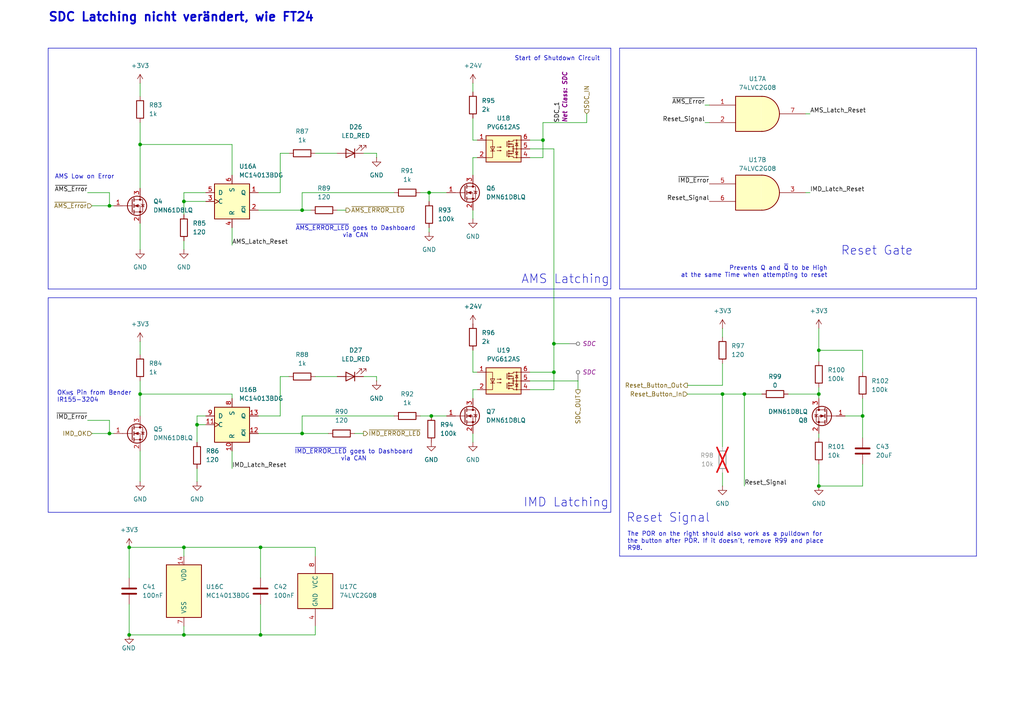
<source format=kicad_sch>
(kicad_sch
	(version 20231120)
	(generator "eeschema")
	(generator_version "8.0")
	(uuid "b214e2e2-9391-4853-8341-3bd7499a16cd")
	(paper "A4")
	(lib_symbols
		(symbol "4xxx:4013"
			(pin_names
				(offset 1.016)
			)
			(exclude_from_sim no)
			(in_bom yes)
			(on_board yes)
			(property "Reference" "U"
				(at -7.62 8.89 0)
				(effects
					(font
						(size 1.27 1.27)
					)
				)
			)
			(property "Value" "4013"
				(at -7.62 -8.89 0)
				(effects
					(font
						(size 1.27 1.27)
					)
				)
			)
			(property "Footprint" ""
				(at 0 0 0)
				(effects
					(font
						(size 1.27 1.27)
					)
					(hide yes)
				)
			)
			(property "Datasheet" "http://www.onsemi.com/pub/Collateral/MC14013B-D.PDF"
				(at 0 0 0)
				(effects
					(font
						(size 1.27 1.27)
					)
					(hide yes)
				)
			)
			(property "Description" "Dual D  FlipFlop, Set & reset"
				(at 0 0 0)
				(effects
					(font
						(size 1.27 1.27)
					)
					(hide yes)
				)
			)
			(property "ki_locked" ""
				(at 0 0 0)
				(effects
					(font
						(size 1.27 1.27)
					)
				)
			)
			(property "ki_keywords" "CMOS DFF"
				(at 0 0 0)
				(effects
					(font
						(size 1.27 1.27)
					)
					(hide yes)
				)
			)
			(property "ki_fp_filters" "DIP*W7.62mm* SOIC*3.9x9.9mm*P1.27mm* TSSOP*4.4x5mm*P0.65mm*"
				(at 0 0 0)
				(effects
					(font
						(size 1.27 1.27)
					)
					(hide yes)
				)
			)
			(symbol "4013_1_1"
				(rectangle
					(start -5.08 5.08)
					(end 5.08 -5.08)
					(stroke
						(width 0.254)
						(type default)
					)
					(fill
						(type background)
					)
				)
				(pin output line
					(at 7.62 2.54 180)
					(length 2.54)
					(name "Q"
						(effects
							(font
								(size 1.27 1.27)
							)
						)
					)
					(number "1"
						(effects
							(font
								(size 1.27 1.27)
							)
						)
					)
				)
				(pin output line
					(at 7.62 -2.54 180)
					(length 2.54)
					(name "~{Q}"
						(effects
							(font
								(size 1.27 1.27)
							)
						)
					)
					(number "2"
						(effects
							(font
								(size 1.27 1.27)
							)
						)
					)
				)
				(pin input clock
					(at -7.62 0 0)
					(length 2.54)
					(name "C"
						(effects
							(font
								(size 1.27 1.27)
							)
						)
					)
					(number "3"
						(effects
							(font
								(size 1.27 1.27)
							)
						)
					)
				)
				(pin input line
					(at 0 -7.62 90)
					(length 2.54)
					(name "R"
						(effects
							(font
								(size 1.27 1.27)
							)
						)
					)
					(number "4"
						(effects
							(font
								(size 1.27 1.27)
							)
						)
					)
				)
				(pin input line
					(at -7.62 2.54 0)
					(length 2.54)
					(name "D"
						(effects
							(font
								(size 1.27 1.27)
							)
						)
					)
					(number "5"
						(effects
							(font
								(size 1.27 1.27)
							)
						)
					)
				)
				(pin input line
					(at 0 7.62 270)
					(length 2.54)
					(name "S"
						(effects
							(font
								(size 1.27 1.27)
							)
						)
					)
					(number "6"
						(effects
							(font
								(size 1.27 1.27)
							)
						)
					)
				)
			)
			(symbol "4013_2_1"
				(rectangle
					(start -5.08 5.08)
					(end 5.08 -5.08)
					(stroke
						(width 0.254)
						(type default)
					)
					(fill
						(type background)
					)
				)
				(pin input line
					(at 0 -7.62 90)
					(length 2.54)
					(name "R"
						(effects
							(font
								(size 1.27 1.27)
							)
						)
					)
					(number "10"
						(effects
							(font
								(size 1.27 1.27)
							)
						)
					)
				)
				(pin input clock
					(at -7.62 0 0)
					(length 2.54)
					(name "C"
						(effects
							(font
								(size 1.27 1.27)
							)
						)
					)
					(number "11"
						(effects
							(font
								(size 1.27 1.27)
							)
						)
					)
				)
				(pin output line
					(at 7.62 -2.54 180)
					(length 2.54)
					(name "~{Q}"
						(effects
							(font
								(size 1.27 1.27)
							)
						)
					)
					(number "12"
						(effects
							(font
								(size 1.27 1.27)
							)
						)
					)
				)
				(pin output line
					(at 7.62 2.54 180)
					(length 2.54)
					(name "Q"
						(effects
							(font
								(size 1.27 1.27)
							)
						)
					)
					(number "13"
						(effects
							(font
								(size 1.27 1.27)
							)
						)
					)
				)
				(pin input line
					(at 0 7.62 270)
					(length 2.54)
					(name "S"
						(effects
							(font
								(size 1.27 1.27)
							)
						)
					)
					(number "8"
						(effects
							(font
								(size 1.27 1.27)
							)
						)
					)
				)
				(pin input line
					(at -7.62 2.54 0)
					(length 2.54)
					(name "D"
						(effects
							(font
								(size 1.27 1.27)
							)
						)
					)
					(number "9"
						(effects
							(font
								(size 1.27 1.27)
							)
						)
					)
				)
			)
			(symbol "4013_3_0"
				(pin power_in line
					(at 0 10.16 270)
					(length 2.54)
					(name "VDD"
						(effects
							(font
								(size 1.27 1.27)
							)
						)
					)
					(number "14"
						(effects
							(font
								(size 1.27 1.27)
							)
						)
					)
				)
				(pin power_in line
					(at 0 -10.16 90)
					(length 2.54)
					(name "VSS"
						(effects
							(font
								(size 1.27 1.27)
							)
						)
					)
					(number "7"
						(effects
							(font
								(size 1.27 1.27)
							)
						)
					)
				)
			)
			(symbol "4013_3_1"
				(rectangle
					(start -5.08 7.62)
					(end 5.08 -7.62)
					(stroke
						(width 0.254)
						(type default)
					)
					(fill
						(type background)
					)
				)
			)
		)
		(symbol "74xGxx:74LVC2G08"
			(exclude_from_sim no)
			(in_bom yes)
			(on_board yes)
			(property "Reference" "U"
				(at -10.16 7.62 0)
				(effects
					(font
						(size 1.27 1.27)
					)
				)
			)
			(property "Value" "74LVC2G08"
				(at -10.16 -7.62 0)
				(effects
					(font
						(size 1.27 1.27)
					)
				)
			)
			(property "Footprint" ""
				(at 0 0 0)
				(effects
					(font
						(size 1.27 1.27)
					)
					(hide yes)
				)
			)
			(property "Datasheet" "http://www.ti.com/lit/sg/scyt129e/scyt129e.pdf"
				(at 0 0 0)
				(effects
					(font
						(size 1.27 1.27)
					)
					(hide yes)
				)
			)
			(property "Description" "Dual AND Gate, Low-Voltage CMOS"
				(at 0 0 0)
				(effects
					(font
						(size 1.27 1.27)
					)
					(hide yes)
				)
			)
			(property "ki_keywords" "Dual Gate AND LVC CMOS"
				(at 0 0 0)
				(effects
					(font
						(size 1.27 1.27)
					)
					(hide yes)
				)
			)
			(property "ki_fp_filters" "SSOP* VSSOP*"
				(at 0 0 0)
				(effects
					(font
						(size 1.27 1.27)
					)
					(hide yes)
				)
			)
			(symbol "74LVC2G08_1_1"
				(arc
					(start 0 -5.08)
					(mid 5.0579 0)
					(end 0 5.08)
					(stroke
						(width 0.254)
						(type default)
					)
					(fill
						(type background)
					)
				)
				(polyline
					(pts
						(xy 0 -5.08) (xy -7.62 -5.08) (xy -7.62 5.08) (xy 0 5.08)
					)
					(stroke
						(width 0.254)
						(type default)
					)
					(fill
						(type background)
					)
				)
				(pin input line
					(at -15.24 2.54 0)
					(length 7.62)
					(name "~"
						(effects
							(font
								(size 1.27 1.27)
							)
						)
					)
					(number "1"
						(effects
							(font
								(size 1.27 1.27)
							)
						)
					)
				)
				(pin input line
					(at -15.24 -2.54 0)
					(length 7.62)
					(name "~"
						(effects
							(font
								(size 1.27 1.27)
							)
						)
					)
					(number "2"
						(effects
							(font
								(size 1.27 1.27)
							)
						)
					)
				)
				(pin output line
					(at 12.7 0 180)
					(length 7.62)
					(name "~"
						(effects
							(font
								(size 1.27 1.27)
							)
						)
					)
					(number "7"
						(effects
							(font
								(size 1.27 1.27)
							)
						)
					)
				)
			)
			(symbol "74LVC2G08_2_1"
				(arc
					(start 0 -5.08)
					(mid 5.0579 0)
					(end 0 5.08)
					(stroke
						(width 0.254)
						(type default)
					)
					(fill
						(type background)
					)
				)
				(polyline
					(pts
						(xy 0 -5.08) (xy -7.62 -5.08) (xy -7.62 5.08) (xy 0 5.08)
					)
					(stroke
						(width 0.254)
						(type default)
					)
					(fill
						(type background)
					)
				)
				(pin output line
					(at 12.7 0 180)
					(length 7.62)
					(name "~"
						(effects
							(font
								(size 1.27 1.27)
							)
						)
					)
					(number "3"
						(effects
							(font
								(size 1.27 1.27)
							)
						)
					)
				)
				(pin input line
					(at -15.24 2.54 0)
					(length 7.62)
					(name "~"
						(effects
							(font
								(size 1.27 1.27)
							)
						)
					)
					(number "5"
						(effects
							(font
								(size 1.27 1.27)
							)
						)
					)
				)
				(pin input line
					(at -15.24 -2.54 0)
					(length 7.62)
					(name "~"
						(effects
							(font
								(size 1.27 1.27)
							)
						)
					)
					(number "6"
						(effects
							(font
								(size 1.27 1.27)
							)
						)
					)
				)
			)
			(symbol "74LVC2G08_3_0"
				(rectangle
					(start -5.08 -5.08)
					(end 5.08 5.08)
					(stroke
						(width 0.254)
						(type default)
					)
					(fill
						(type background)
					)
				)
			)
			(symbol "74LVC2G08_3_1"
				(pin power_in line
					(at 0 -10.16 90)
					(length 5.08)
					(name "GND"
						(effects
							(font
								(size 1.27 1.27)
							)
						)
					)
					(number "4"
						(effects
							(font
								(size 1.27 1.27)
							)
						)
					)
				)
				(pin power_in line
					(at 0 10.16 270)
					(length 5.08)
					(name "VCC"
						(effects
							(font
								(size 1.27 1.27)
							)
						)
					)
					(number "8"
						(effects
							(font
								(size 1.27 1.27)
							)
						)
					)
				)
			)
		)
		(symbol "Device:C"
			(pin_numbers hide)
			(pin_names
				(offset 0.254)
			)
			(exclude_from_sim no)
			(in_bom yes)
			(on_board yes)
			(property "Reference" "C"
				(at 0.635 2.54 0)
				(effects
					(font
						(size 1.27 1.27)
					)
					(justify left)
				)
			)
			(property "Value" "C"
				(at 0.635 -2.54 0)
				(effects
					(font
						(size 1.27 1.27)
					)
					(justify left)
				)
			)
			(property "Footprint" ""
				(at 0.9652 -3.81 0)
				(effects
					(font
						(size 1.27 1.27)
					)
					(hide yes)
				)
			)
			(property "Datasheet" "~"
				(at 0 0 0)
				(effects
					(font
						(size 1.27 1.27)
					)
					(hide yes)
				)
			)
			(property "Description" "Unpolarized capacitor"
				(at 0 0 0)
				(effects
					(font
						(size 1.27 1.27)
					)
					(hide yes)
				)
			)
			(property "ki_keywords" "cap capacitor"
				(at 0 0 0)
				(effects
					(font
						(size 1.27 1.27)
					)
					(hide yes)
				)
			)
			(property "ki_fp_filters" "C_*"
				(at 0 0 0)
				(effects
					(font
						(size 1.27 1.27)
					)
					(hide yes)
				)
			)
			(symbol "C_0_1"
				(polyline
					(pts
						(xy -2.032 -0.762) (xy 2.032 -0.762)
					)
					(stroke
						(width 0.508)
						(type default)
					)
					(fill
						(type none)
					)
				)
				(polyline
					(pts
						(xy -2.032 0.762) (xy 2.032 0.762)
					)
					(stroke
						(width 0.508)
						(type default)
					)
					(fill
						(type none)
					)
				)
			)
			(symbol "C_1_1"
				(pin passive line
					(at 0 3.81 270)
					(length 2.794)
					(name "~"
						(effects
							(font
								(size 1.27 1.27)
							)
						)
					)
					(number "1"
						(effects
							(font
								(size 1.27 1.27)
							)
						)
					)
				)
				(pin passive line
					(at 0 -3.81 90)
					(length 2.794)
					(name "~"
						(effects
							(font
								(size 1.27 1.27)
							)
						)
					)
					(number "2"
						(effects
							(font
								(size 1.27 1.27)
							)
						)
					)
				)
			)
		)
		(symbol "Device:LED"
			(pin_numbers hide)
			(pin_names
				(offset 1.016) hide)
			(exclude_from_sim no)
			(in_bom yes)
			(on_board yes)
			(property "Reference" "D"
				(at 0 2.54 0)
				(effects
					(font
						(size 1.27 1.27)
					)
				)
			)
			(property "Value" "LED"
				(at 0 -2.54 0)
				(effects
					(font
						(size 1.27 1.27)
					)
				)
			)
			(property "Footprint" ""
				(at 0 0 0)
				(effects
					(font
						(size 1.27 1.27)
					)
					(hide yes)
				)
			)
			(property "Datasheet" "~"
				(at 0 0 0)
				(effects
					(font
						(size 1.27 1.27)
					)
					(hide yes)
				)
			)
			(property "Description" "Light emitting diode"
				(at 0 0 0)
				(effects
					(font
						(size 1.27 1.27)
					)
					(hide yes)
				)
			)
			(property "ki_keywords" "LED diode"
				(at 0 0 0)
				(effects
					(font
						(size 1.27 1.27)
					)
					(hide yes)
				)
			)
			(property "ki_fp_filters" "LED* LED_SMD:* LED_THT:*"
				(at 0 0 0)
				(effects
					(font
						(size 1.27 1.27)
					)
					(hide yes)
				)
			)
			(symbol "LED_0_1"
				(polyline
					(pts
						(xy -1.27 -1.27) (xy -1.27 1.27)
					)
					(stroke
						(width 0.254)
						(type default)
					)
					(fill
						(type none)
					)
				)
				(polyline
					(pts
						(xy -1.27 0) (xy 1.27 0)
					)
					(stroke
						(width 0)
						(type default)
					)
					(fill
						(type none)
					)
				)
				(polyline
					(pts
						(xy 1.27 -1.27) (xy 1.27 1.27) (xy -1.27 0) (xy 1.27 -1.27)
					)
					(stroke
						(width 0.254)
						(type default)
					)
					(fill
						(type none)
					)
				)
				(polyline
					(pts
						(xy -3.048 -0.762) (xy -4.572 -2.286) (xy -3.81 -2.286) (xy -4.572 -2.286) (xy -4.572 -1.524)
					)
					(stroke
						(width 0)
						(type default)
					)
					(fill
						(type none)
					)
				)
				(polyline
					(pts
						(xy -1.778 -0.762) (xy -3.302 -2.286) (xy -2.54 -2.286) (xy -3.302 -2.286) (xy -3.302 -1.524)
					)
					(stroke
						(width 0)
						(type default)
					)
					(fill
						(type none)
					)
				)
			)
			(symbol "LED_1_1"
				(pin passive line
					(at -3.81 0 0)
					(length 2.54)
					(name "K"
						(effects
							(font
								(size 1.27 1.27)
							)
						)
					)
					(number "1"
						(effects
							(font
								(size 1.27 1.27)
							)
						)
					)
				)
				(pin passive line
					(at 3.81 0 180)
					(length 2.54)
					(name "A"
						(effects
							(font
								(size 1.27 1.27)
							)
						)
					)
					(number "2"
						(effects
							(font
								(size 1.27 1.27)
							)
						)
					)
				)
			)
		)
		(symbol "Device:R"
			(pin_numbers hide)
			(pin_names
				(offset 0)
			)
			(exclude_from_sim no)
			(in_bom yes)
			(on_board yes)
			(property "Reference" "R"
				(at 2.032 0 90)
				(effects
					(font
						(size 1.27 1.27)
					)
				)
			)
			(property "Value" "R"
				(at 0 0 90)
				(effects
					(font
						(size 1.27 1.27)
					)
				)
			)
			(property "Footprint" ""
				(at -1.778 0 90)
				(effects
					(font
						(size 1.27 1.27)
					)
					(hide yes)
				)
			)
			(property "Datasheet" "~"
				(at 0 0 0)
				(effects
					(font
						(size 1.27 1.27)
					)
					(hide yes)
				)
			)
			(property "Description" "Resistor"
				(at 0 0 0)
				(effects
					(font
						(size 1.27 1.27)
					)
					(hide yes)
				)
			)
			(property "ki_keywords" "R res resistor"
				(at 0 0 0)
				(effects
					(font
						(size 1.27 1.27)
					)
					(hide yes)
				)
			)
			(property "ki_fp_filters" "R_*"
				(at 0 0 0)
				(effects
					(font
						(size 1.27 1.27)
					)
					(hide yes)
				)
			)
			(symbol "R_0_1"
				(rectangle
					(start -1.016 -2.54)
					(end 1.016 2.54)
					(stroke
						(width 0.254)
						(type default)
					)
					(fill
						(type none)
					)
				)
			)
			(symbol "R_1_1"
				(pin passive line
					(at 0 3.81 270)
					(length 1.27)
					(name "~"
						(effects
							(font
								(size 1.27 1.27)
							)
						)
					)
					(number "1"
						(effects
							(font
								(size 1.27 1.27)
							)
						)
					)
				)
				(pin passive line
					(at 0 -3.81 90)
					(length 1.27)
					(name "~"
						(effects
							(font
								(size 1.27 1.27)
							)
						)
					)
					(number "2"
						(effects
							(font
								(size 1.27 1.27)
							)
						)
					)
				)
			)
		)
		(symbol "FaSTTUBe_Power-Switches:PVG612AS"
			(exclude_from_sim no)
			(in_bom yes)
			(on_board yes)
			(property "Reference" "U"
				(at -3.81 5.08 0)
				(effects
					(font
						(size 1.27 1.27)
					)
				)
			)
			(property "Value" "PVG612AS"
				(at 0 -5.08 0)
				(effects
					(font
						(size 1.27 1.27)
					)
				)
			)
			(property "Footprint" "Package_DIP:SMDIP-6_W9.53mm"
				(at 0 -7.62 0)
				(effects
					(font
						(size 1.27 1.27)
					)
					(hide yes)
				)
			)
			(property "Datasheet" "https://www.infineon.com/dgdl/Infineon-PVG612A-DataSheet-v01_00-EN.pdf?fileId=5546d462533600a401535683ca14293a"
				(at 0 -10.16 0)
				(effects
					(font
						(size 1.27 1.27)
					)
					(hide yes)
				)
			)
			(property "Description" "Photo MOSFET optically coupled, 60VDC, 4A, 35mohm, Isolation 4000 VRMS, SMDIP-6"
				(at 0 0 0)
				(effects
					(font
						(size 1.27 1.27)
					)
					(hide yes)
				)
			)
			(property "ki_keywords" "photocouplers photorelay solidstate relay normally opened"
				(at 0 0 0)
				(effects
					(font
						(size 1.27 1.27)
					)
					(hide yes)
				)
			)
			(property "ki_fp_filters" "DIP*W7.62mm*"
				(at 0 0 0)
				(effects
					(font
						(size 1.27 1.27)
					)
					(hide yes)
				)
			)
			(symbol "PVG612AS_0_1"
				(rectangle
					(start -5.08 3.81)
					(end 5.08 -3.81)
					(stroke
						(width 0.254)
						(type default)
					)
					(fill
						(type background)
					)
				)
				(polyline
					(pts
						(xy -3.81 -0.635) (xy -2.54 -0.635)
					)
					(stroke
						(width 0)
						(type default)
					)
					(fill
						(type none)
					)
				)
				(polyline
					(pts
						(xy 1.016 -0.635) (xy 1.016 -2.159)
					)
					(stroke
						(width 0.2032)
						(type default)
					)
					(fill
						(type none)
					)
				)
				(polyline
					(pts
						(xy 1.016 2.159) (xy 1.016 0.635)
					)
					(stroke
						(width 0.2032)
						(type default)
					)
					(fill
						(type none)
					)
				)
				(polyline
					(pts
						(xy 1.524 -0.508) (xy 1.524 -0.762)
					)
					(stroke
						(width 0.3556)
						(type default)
					)
					(fill
						(type none)
					)
				)
				(polyline
					(pts
						(xy 2.794 0) (xy 5.08 0)
					)
					(stroke
						(width 0)
						(type default)
					)
					(fill
						(type none)
					)
				)
				(polyline
					(pts
						(xy 3.429 -1.651) (xy 4.191 -1.651)
					)
					(stroke
						(width 0)
						(type default)
					)
					(fill
						(type none)
					)
				)
				(polyline
					(pts
						(xy 3.429 1.651) (xy 4.191 1.651)
					)
					(stroke
						(width 0)
						(type default)
					)
					(fill
						(type none)
					)
				)
				(polyline
					(pts
						(xy 3.81 -2.54) (xy 3.81 2.54)
					)
					(stroke
						(width 0)
						(type default)
					)
					(fill
						(type none)
					)
				)
				(polyline
					(pts
						(xy 1.524 -2.032) (xy 1.524 -2.286) (xy 1.524 -2.286)
					)
					(stroke
						(width 0.3556)
						(type default)
					)
					(fill
						(type none)
					)
				)
				(polyline
					(pts
						(xy 1.524 -1.27) (xy 1.524 -1.524) (xy 1.524 -1.524)
					)
					(stroke
						(width 0.3556)
						(type default)
					)
					(fill
						(type none)
					)
				)
				(polyline
					(pts
						(xy 1.524 0.762) (xy 1.524 0.508) (xy 1.524 0.508)
					)
					(stroke
						(width 0.3556)
						(type default)
					)
					(fill
						(type none)
					)
				)
				(polyline
					(pts
						(xy 1.524 1.524) (xy 1.524 1.27) (xy 1.524 1.27)
					)
					(stroke
						(width 0.3556)
						(type default)
					)
					(fill
						(type none)
					)
				)
				(polyline
					(pts
						(xy 1.524 2.286) (xy 1.524 2.032) (xy 1.524 2.032)
					)
					(stroke
						(width 0.3556)
						(type default)
					)
					(fill
						(type none)
					)
				)
				(polyline
					(pts
						(xy 1.651 -1.397) (xy 2.794 -1.397) (xy 2.794 -0.635)
					)
					(stroke
						(width 0)
						(type default)
					)
					(fill
						(type none)
					)
				)
				(polyline
					(pts
						(xy 1.651 1.397) (xy 2.794 1.397) (xy 2.794 0.635)
					)
					(stroke
						(width 0)
						(type default)
					)
					(fill
						(type none)
					)
				)
				(polyline
					(pts
						(xy -5.08 2.54) (xy -3.175 2.54) (xy -3.175 -2.54) (xy -5.08 -2.54)
					)
					(stroke
						(width 0)
						(type default)
					)
					(fill
						(type none)
					)
				)
				(polyline
					(pts
						(xy -3.175 -0.635) (xy -3.81 0.635) (xy -2.54 0.635) (xy -3.175 -0.635)
					)
					(stroke
						(width 0)
						(type default)
					)
					(fill
						(type none)
					)
				)
				(polyline
					(pts
						(xy 1.651 -2.159) (xy 2.794 -2.159) (xy 2.794 -2.54) (xy 5.08 -2.54)
					)
					(stroke
						(width 0)
						(type default)
					)
					(fill
						(type none)
					)
				)
				(polyline
					(pts
						(xy 1.651 -0.635) (xy 2.794 -0.635) (xy 2.794 0.635) (xy 1.651 0.635)
					)
					(stroke
						(width 0)
						(type default)
					)
					(fill
						(type none)
					)
				)
				(polyline
					(pts
						(xy 1.651 2.159) (xy 2.794 2.159) (xy 2.794 2.54) (xy 5.08 2.54)
					)
					(stroke
						(width 0)
						(type default)
					)
					(fill
						(type none)
					)
				)
				(polyline
					(pts
						(xy 1.778 -1.397) (xy 2.286 -1.27) (xy 2.286 -1.524) (xy 1.778 -1.397)
					)
					(stroke
						(width 0)
						(type default)
					)
					(fill
						(type none)
					)
				)
				(polyline
					(pts
						(xy 1.778 1.397) (xy 2.286 1.524) (xy 2.286 1.27) (xy 1.778 1.397)
					)
					(stroke
						(width 0)
						(type default)
					)
					(fill
						(type none)
					)
				)
				(polyline
					(pts
						(xy 3.81 -1.651) (xy 3.429 -0.889) (xy 4.191 -0.889) (xy 3.81 -1.651)
					)
					(stroke
						(width 0)
						(type default)
					)
					(fill
						(type none)
					)
				)
				(polyline
					(pts
						(xy 3.81 1.651) (xy 3.429 0.889) (xy 4.191 0.889) (xy 3.81 1.651)
					)
					(stroke
						(width 0)
						(type default)
					)
					(fill
						(type none)
					)
				)
				(polyline
					(pts
						(xy -1.905 -0.508) (xy -0.635 -0.508) (xy -1.016 -0.635) (xy -1.016 -0.381) (xy -0.635 -0.508)
					)
					(stroke
						(width 0)
						(type default)
					)
					(fill
						(type none)
					)
				)
				(polyline
					(pts
						(xy -1.905 0.508) (xy -0.635 0.508) (xy -1.016 0.381) (xy -1.016 0.635) (xy -0.635 0.508)
					)
					(stroke
						(width 0)
						(type default)
					)
					(fill
						(type none)
					)
				)
				(circle
					(center 2.794 -0.635)
					(radius 0.127)
					(stroke
						(width 0)
						(type default)
					)
					(fill
						(type none)
					)
				)
				(circle
					(center 2.794 0)
					(radius 0.127)
					(stroke
						(width 0)
						(type default)
					)
					(fill
						(type none)
					)
				)
				(circle
					(center 2.794 0.635)
					(radius 0.127)
					(stroke
						(width 0)
						(type default)
					)
					(fill
						(type none)
					)
				)
				(circle
					(center 3.81 -2.54)
					(radius 0.127)
					(stroke
						(width 0)
						(type default)
					)
					(fill
						(type none)
					)
				)
				(circle
					(center 3.81 0)
					(radius 0.127)
					(stroke
						(width 0)
						(type default)
					)
					(fill
						(type none)
					)
				)
				(circle
					(center 3.81 2.54)
					(radius 0.127)
					(stroke
						(width 0)
						(type default)
					)
					(fill
						(type none)
					)
				)
			)
			(symbol "PVG612AS_1_1"
				(pin passive line
					(at -7.62 2.54 0)
					(length 2.54)
					(name "~"
						(effects
							(font
								(size 1.27 1.27)
							)
						)
					)
					(number "1"
						(effects
							(font
								(size 1.27 1.27)
							)
						)
					)
				)
				(pin passive line
					(at -7.62 -2.54 0)
					(length 2.54)
					(name "~"
						(effects
							(font
								(size 1.27 1.27)
							)
						)
					)
					(number "2"
						(effects
							(font
								(size 1.27 1.27)
							)
						)
					)
				)
				(pin no_connect line
					(at -5.08 0 0)
					(length 2.54) hide
					(name "~"
						(effects
							(font
								(size 1.27 1.27)
							)
						)
					)
					(number "3"
						(effects
							(font
								(size 1.27 1.27)
							)
						)
					)
				)
				(pin passive line
					(at 7.62 -2.54 180)
					(length 2.54)
					(name "~"
						(effects
							(font
								(size 1.27 1.27)
							)
						)
					)
					(number "4"
						(effects
							(font
								(size 1.27 1.27)
							)
						)
					)
				)
				(pin passive line
					(at 7.62 0 180)
					(length 2.54)
					(name "~"
						(effects
							(font
								(size 1.27 1.27)
							)
						)
					)
					(number "5"
						(effects
							(font
								(size 1.27 1.27)
							)
						)
					)
				)
				(pin passive line
					(at 7.62 2.54 180)
					(length 2.54)
					(name "~"
						(effects
							(font
								(size 1.27 1.27)
							)
						)
					)
					(number "6"
						(effects
							(font
								(size 1.27 1.27)
							)
						)
					)
				)
			)
		)
		(symbol "Transistor_FET:DMN61D8LQ"
			(pin_names hide)
			(exclude_from_sim no)
			(in_bom yes)
			(on_board yes)
			(property "Reference" "Q"
				(at 5.08 1.905 0)
				(effects
					(font
						(size 1.27 1.27)
					)
					(justify left)
				)
			)
			(property "Value" "DMN61D8LQ"
				(at 5.08 0 0)
				(effects
					(font
						(size 1.27 1.27)
					)
					(justify left)
				)
			)
			(property "Footprint" "Package_TO_SOT_SMD:SOT-23"
				(at 5.08 -1.905 0)
				(effects
					(font
						(size 1.27 1.27)
						(italic yes)
					)
					(justify left)
					(hide yes)
				)
			)
			(property "Datasheet" "https://www.diodes.com/assets/Datasheets/DMN61D8LQ.pdf"
				(at 5.08 -3.81 0)
				(effects
					(font
						(size 1.27 1.27)
					)
					(justify left)
					(hide yes)
				)
			)
			(property "Description" "60V Vds, 0.470A Id, N-Channel MOSFET for switching inductive loads , SOT-23"
				(at 0 0 0)
				(effects
					(font
						(size 1.27 1.27)
					)
					(hide yes)
				)
			)
			(property "ki_keywords" "N-Channel MOSFET relay logic-level"
				(at 0 0 0)
				(effects
					(font
						(size 1.27 1.27)
					)
					(hide yes)
				)
			)
			(property "ki_fp_filters" "SOT?23*"
				(at 0 0 0)
				(effects
					(font
						(size 1.27 1.27)
					)
					(hide yes)
				)
			)
			(symbol "DMN61D8LQ_0_1"
				(polyline
					(pts
						(xy 0.254 0) (xy -2.54 0)
					)
					(stroke
						(width 0)
						(type default)
					)
					(fill
						(type none)
					)
				)
				(polyline
					(pts
						(xy 0.254 1.905) (xy 0.254 -1.905)
					)
					(stroke
						(width 0.254)
						(type default)
					)
					(fill
						(type none)
					)
				)
				(polyline
					(pts
						(xy 0.762 -1.27) (xy 0.762 -2.286)
					)
					(stroke
						(width 0.254)
						(type default)
					)
					(fill
						(type none)
					)
				)
				(polyline
					(pts
						(xy 0.762 0.508) (xy 0.762 -0.508)
					)
					(stroke
						(width 0.254)
						(type default)
					)
					(fill
						(type none)
					)
				)
				(polyline
					(pts
						(xy 0.762 2.286) (xy 0.762 1.27)
					)
					(stroke
						(width 0.254)
						(type default)
					)
					(fill
						(type none)
					)
				)
				(polyline
					(pts
						(xy 2.54 2.54) (xy 2.54 1.778)
					)
					(stroke
						(width 0)
						(type default)
					)
					(fill
						(type none)
					)
				)
				(polyline
					(pts
						(xy 2.54 -2.54) (xy 2.54 0) (xy 0.762 0)
					)
					(stroke
						(width 0)
						(type default)
					)
					(fill
						(type none)
					)
				)
				(polyline
					(pts
						(xy 0.762 -1.778) (xy 3.302 -1.778) (xy 3.302 1.778) (xy 0.762 1.778)
					)
					(stroke
						(width 0)
						(type default)
					)
					(fill
						(type none)
					)
				)
				(polyline
					(pts
						(xy 1.016 0) (xy 2.032 0.381) (xy 2.032 -0.381) (xy 1.016 0)
					)
					(stroke
						(width 0)
						(type default)
					)
					(fill
						(type outline)
					)
				)
				(polyline
					(pts
						(xy 2.794 0.508) (xy 2.921 0.381) (xy 3.683 0.381) (xy 3.81 0.254)
					)
					(stroke
						(width 0)
						(type default)
					)
					(fill
						(type none)
					)
				)
				(polyline
					(pts
						(xy 3.302 0.381) (xy 2.921 -0.254) (xy 3.683 -0.254) (xy 3.302 0.381)
					)
					(stroke
						(width 0)
						(type default)
					)
					(fill
						(type none)
					)
				)
				(circle
					(center 1.651 0)
					(radius 2.794)
					(stroke
						(width 0.254)
						(type default)
					)
					(fill
						(type none)
					)
				)
				(circle
					(center 2.54 -1.778)
					(radius 0.254)
					(stroke
						(width 0)
						(type default)
					)
					(fill
						(type outline)
					)
				)
				(circle
					(center 2.54 1.778)
					(radius 0.254)
					(stroke
						(width 0)
						(type default)
					)
					(fill
						(type outline)
					)
				)
			)
			(symbol "DMN61D8LQ_1_1"
				(pin input line
					(at -5.08 0 0)
					(length 2.54)
					(name "G"
						(effects
							(font
								(size 1.27 1.27)
							)
						)
					)
					(number "1"
						(effects
							(font
								(size 1.27 1.27)
							)
						)
					)
				)
				(pin passive line
					(at 2.54 -5.08 90)
					(length 2.54)
					(name "S"
						(effects
							(font
								(size 1.27 1.27)
							)
						)
					)
					(number "2"
						(effects
							(font
								(size 1.27 1.27)
							)
						)
					)
				)
				(pin passive line
					(at 2.54 5.08 270)
					(length 2.54)
					(name "D"
						(effects
							(font
								(size 1.27 1.27)
							)
						)
					)
					(number "3"
						(effects
							(font
								(size 1.27 1.27)
							)
						)
					)
				)
			)
		)
		(symbol "power:+24V"
			(power)
			(pin_numbers hide)
			(pin_names
				(offset 0) hide)
			(exclude_from_sim no)
			(in_bom yes)
			(on_board yes)
			(property "Reference" "#PWR"
				(at 0 -3.81 0)
				(effects
					(font
						(size 1.27 1.27)
					)
					(hide yes)
				)
			)
			(property "Value" "+24V"
				(at 0 3.556 0)
				(effects
					(font
						(size 1.27 1.27)
					)
				)
			)
			(property "Footprint" ""
				(at 0 0 0)
				(effects
					(font
						(size 1.27 1.27)
					)
					(hide yes)
				)
			)
			(property "Datasheet" ""
				(at 0 0 0)
				(effects
					(font
						(size 1.27 1.27)
					)
					(hide yes)
				)
			)
			(property "Description" "Power symbol creates a global label with name \"+24V\""
				(at 0 0 0)
				(effects
					(font
						(size 1.27 1.27)
					)
					(hide yes)
				)
			)
			(property "ki_keywords" "global power"
				(at 0 0 0)
				(effects
					(font
						(size 1.27 1.27)
					)
					(hide yes)
				)
			)
			(symbol "+24V_0_1"
				(polyline
					(pts
						(xy -0.762 1.27) (xy 0 2.54)
					)
					(stroke
						(width 0)
						(type default)
					)
					(fill
						(type none)
					)
				)
				(polyline
					(pts
						(xy 0 0) (xy 0 2.54)
					)
					(stroke
						(width 0)
						(type default)
					)
					(fill
						(type none)
					)
				)
				(polyline
					(pts
						(xy 0 2.54) (xy 0.762 1.27)
					)
					(stroke
						(width 0)
						(type default)
					)
					(fill
						(type none)
					)
				)
			)
			(symbol "+24V_1_1"
				(pin power_in line
					(at 0 0 90)
					(length 0)
					(name "~"
						(effects
							(font
								(size 1.27 1.27)
							)
						)
					)
					(number "1"
						(effects
							(font
								(size 1.27 1.27)
							)
						)
					)
				)
			)
		)
		(symbol "power:+3V3"
			(power)
			(pin_numbers hide)
			(pin_names
				(offset 0) hide)
			(exclude_from_sim no)
			(in_bom yes)
			(on_board yes)
			(property "Reference" "#PWR"
				(at 0 -3.81 0)
				(effects
					(font
						(size 1.27 1.27)
					)
					(hide yes)
				)
			)
			(property "Value" "+3V3"
				(at 0 3.556 0)
				(effects
					(font
						(size 1.27 1.27)
					)
				)
			)
			(property "Footprint" ""
				(at 0 0 0)
				(effects
					(font
						(size 1.27 1.27)
					)
					(hide yes)
				)
			)
			(property "Datasheet" ""
				(at 0 0 0)
				(effects
					(font
						(size 1.27 1.27)
					)
					(hide yes)
				)
			)
			(property "Description" "Power symbol creates a global label with name \"+3V3\""
				(at 0 0 0)
				(effects
					(font
						(size 1.27 1.27)
					)
					(hide yes)
				)
			)
			(property "ki_keywords" "global power"
				(at 0 0 0)
				(effects
					(font
						(size 1.27 1.27)
					)
					(hide yes)
				)
			)
			(symbol "+3V3_0_1"
				(polyline
					(pts
						(xy -0.762 1.27) (xy 0 2.54)
					)
					(stroke
						(width 0)
						(type default)
					)
					(fill
						(type none)
					)
				)
				(polyline
					(pts
						(xy 0 0) (xy 0 2.54)
					)
					(stroke
						(width 0)
						(type default)
					)
					(fill
						(type none)
					)
				)
				(polyline
					(pts
						(xy 0 2.54) (xy 0.762 1.27)
					)
					(stroke
						(width 0)
						(type default)
					)
					(fill
						(type none)
					)
				)
			)
			(symbol "+3V3_1_1"
				(pin power_in line
					(at 0 0 90)
					(length 0)
					(name "~"
						(effects
							(font
								(size 1.27 1.27)
							)
						)
					)
					(number "1"
						(effects
							(font
								(size 1.27 1.27)
							)
						)
					)
				)
			)
		)
		(symbol "power:GND"
			(power)
			(pin_numbers hide)
			(pin_names
				(offset 0) hide)
			(exclude_from_sim no)
			(in_bom yes)
			(on_board yes)
			(property "Reference" "#PWR"
				(at 0 -6.35 0)
				(effects
					(font
						(size 1.27 1.27)
					)
					(hide yes)
				)
			)
			(property "Value" "GND"
				(at 0 -3.81 0)
				(effects
					(font
						(size 1.27 1.27)
					)
				)
			)
			(property "Footprint" ""
				(at 0 0 0)
				(effects
					(font
						(size 1.27 1.27)
					)
					(hide yes)
				)
			)
			(property "Datasheet" ""
				(at 0 0 0)
				(effects
					(font
						(size 1.27 1.27)
					)
					(hide yes)
				)
			)
			(property "Description" "Power symbol creates a global label with name \"GND\" , ground"
				(at 0 0 0)
				(effects
					(font
						(size 1.27 1.27)
					)
					(hide yes)
				)
			)
			(property "ki_keywords" "global power"
				(at 0 0 0)
				(effects
					(font
						(size 1.27 1.27)
					)
					(hide yes)
				)
			)
			(symbol "GND_0_1"
				(polyline
					(pts
						(xy 0 0) (xy 0 -1.27) (xy 1.27 -1.27) (xy 0 -2.54) (xy -1.27 -1.27) (xy 0 -1.27)
					)
					(stroke
						(width 0)
						(type default)
					)
					(fill
						(type none)
					)
				)
			)
			(symbol "GND_1_1"
				(pin power_in line
					(at 0 0 270)
					(length 0)
					(name "~"
						(effects
							(font
								(size 1.27 1.27)
							)
						)
					)
					(number "1"
						(effects
							(font
								(size 1.27 1.27)
							)
						)
					)
				)
			)
		)
	)
	(junction
		(at 215.9 114.3)
		(diameter 0)
		(color 0 0 0 0)
		(uuid "05128300-362b-4836-bbd8-f92be31140af")
	)
	(junction
		(at 57.15 123.19)
		(diameter 0)
		(color 0 0 0 0)
		(uuid "07f3fb8c-e9f5-451b-93d8-1a2641fc6cd2")
	)
	(junction
		(at 40.64 114.3)
		(diameter 0)
		(color 0 0 0 0)
		(uuid "1e000d62-f392-4175-9249-3beea7c90df0")
	)
	(junction
		(at 75.565 184.15)
		(diameter 0)
		(color 0 0 0 0)
		(uuid "2a28896e-4ca8-4221-9edd-306a8c848c4d")
	)
	(junction
		(at 157.48 40.64)
		(diameter 0)
		(color 0 0 0 0)
		(uuid "313c50a2-be71-44c1-a499-928ac8a8dca6")
	)
	(junction
		(at 237.49 140.97)
		(diameter 0)
		(color 0 0 0 0)
		(uuid "33840d2f-c0dc-407c-b760-61b2617d87e8")
	)
	(junction
		(at 53.34 184.15)
		(diameter 0)
		(color 0 0 0 0)
		(uuid "37e4c318-b04e-4abb-be69-d006f5667237")
	)
	(junction
		(at 160.655 107.95)
		(diameter 0)
		(color 0 0 0 0)
		(uuid "43bfeba6-62ff-43ae-b06a-a74eff43c43d")
	)
	(junction
		(at 31.75 59.69)
		(diameter 0)
		(color 0 0 0 0)
		(uuid "52d8530d-87d0-4a8c-8907-062d95072397")
	)
	(junction
		(at 237.49 114.3)
		(diameter 0)
		(color 0 0 0 0)
		(uuid "53a9b6d6-1b55-4235-9539-8c20e6bb07fc")
	)
	(junction
		(at 53.34 58.42)
		(diameter 0)
		(color 0 0 0 0)
		(uuid "54cd8220-f9d3-428d-846e-c05e8fc3359c")
	)
	(junction
		(at 31.75 125.73)
		(diameter 0)
		(color 0 0 0 0)
		(uuid "57cd1eef-abac-4dc1-bdee-0069eb236618")
	)
	(junction
		(at 125.095 120.65)
		(diameter 0)
		(color 0 0 0 0)
		(uuid "5f31c02e-a476-4e7e-be4c-a04165d16a11")
	)
	(junction
		(at 37.465 184.15)
		(diameter 0)
		(color 0 0 0 0)
		(uuid "6aa95e5b-325d-4e71-9c1f-f670a161b6ff")
	)
	(junction
		(at 160.655 99.695)
		(diameter 0)
		(color 0 0 0 0)
		(uuid "6ad600e7-f947-4ac4-8251-d9b351e6afee")
	)
	(junction
		(at 87.63 125.73)
		(diameter 0)
		(color 0 0 0 0)
		(uuid "814a1337-5ca5-4d96-8fff-83e21df17a14")
	)
	(junction
		(at 209.55 114.3)
		(diameter 0)
		(color 0 0 0 0)
		(uuid "84af6c2e-6c84-404c-b8ad-a32d72784532")
	)
	(junction
		(at 40.64 41.91)
		(diameter 0)
		(color 0 0 0 0)
		(uuid "9ad5f7ee-9d0a-4363-803a-3261033b812f")
	)
	(junction
		(at 37.465 158.75)
		(diameter 0)
		(color 0 0 0 0)
		(uuid "9d3eaf52-baa7-4e17-9771-8cdff01038d1")
	)
	(junction
		(at 75.565 158.75)
		(diameter 0)
		(color 0 0 0 0)
		(uuid "b1308c62-e694-4351-b3fa-aa961385693e")
	)
	(junction
		(at 124.46 55.88)
		(diameter 0)
		(color 0 0 0 0)
		(uuid "bdea97d0-ffe7-44ba-94ee-19b532330f1f")
	)
	(junction
		(at 250.19 120.65)
		(diameter 0)
		(color 0 0 0 0)
		(uuid "c78e4426-189c-4a94-8bf7-b2af10c411b6")
	)
	(junction
		(at 53.34 158.75)
		(diameter 0)
		(color 0 0 0 0)
		(uuid "c942ba24-d92d-4b8b-a8a8-9213d6cba2d2")
	)
	(junction
		(at 87.63 60.96)
		(diameter 0)
		(color 0 0 0 0)
		(uuid "d9c9d5c9-32bd-4c9b-b864-5a060cc218b9")
	)
	(junction
		(at 237.49 101.6)
		(diameter 0)
		(color 0 0 0 0)
		(uuid "fcb23242-7edf-4f78-a7c2-7ec715767140")
	)
	(wire
		(pts
			(xy 25.4 55.88) (xy 31.75 55.88)
		)
		(stroke
			(width 0)
			(type default)
		)
		(uuid "03561da7-3fd1-473c-8cff-fddfcff8a7cc")
	)
	(wire
		(pts
			(xy 250.19 120.65) (xy 245.11 120.65)
		)
		(stroke
			(width 0)
			(type default)
		)
		(uuid "04426181-88f4-4236-b615-1d55fefe6619")
	)
	(wire
		(pts
			(xy 125.095 120.65) (xy 129.54 120.65)
		)
		(stroke
			(width 0)
			(type default)
		)
		(uuid "04eaace5-c1b4-48f0-9ab2-7f277521c146")
	)
	(wire
		(pts
			(xy 40.64 24.13) (xy 40.64 27.94)
		)
		(stroke
			(width 0)
			(type default)
		)
		(uuid "06d26c3a-1990-4de0-b125-c244541850d6")
	)
	(wire
		(pts
			(xy 170.18 33.02) (xy 170.18 35.56)
		)
		(stroke
			(width 0)
			(type default)
		)
		(uuid "06fc2650-dc7f-472b-bfd3-96ac572b7db8")
	)
	(wire
		(pts
			(xy 75.565 184.15) (xy 91.44 184.15)
		)
		(stroke
			(width 0)
			(type default)
		)
		(uuid "0b7443ed-2299-4d9e-bbb6-74eef6b5c744")
	)
	(wire
		(pts
			(xy 157.48 40.64) (xy 157.48 45.72)
		)
		(stroke
			(width 0)
			(type default)
		)
		(uuid "0f4e46ed-03f2-418e-91e1-4bfbb51fed90")
	)
	(polyline
		(pts
			(xy 283.21 161.29) (xy 283.21 86.36)
		)
		(stroke
			(width 0)
			(type default)
		)
		(uuid "1019316a-58ca-43d6-87b1-464a38315a35")
	)
	(polyline
		(pts
			(xy 179.705 161.29) (xy 283.21 161.29)
		)
		(stroke
			(width 0)
			(type default)
		)
		(uuid "14961bb8-fd10-4309-b1b1-40748c606376")
	)
	(wire
		(pts
			(xy 105.41 44.45) (xy 109.22 44.45)
		)
		(stroke
			(width 0)
			(type default)
		)
		(uuid "14ebd5c6-2eb2-47a4-8ba2-73c2ca208804")
	)
	(polyline
		(pts
			(xy 177.165 86.36) (xy 177.165 148.59)
		)
		(stroke
			(width 0)
			(type default)
		)
		(uuid "17606c16-9f89-4a71-9ba0-c590d61059e8")
	)
	(polyline
		(pts
			(xy 13.97 83.82) (xy 13.97 13.97)
		)
		(stroke
			(width 0)
			(type default)
		)
		(uuid "179dab44-6862-4b5e-8041-963ce35d1d4c")
	)
	(wire
		(pts
			(xy 250.19 120.65) (xy 250.19 127)
		)
		(stroke
			(width 0)
			(type default)
		)
		(uuid "1c257a35-0276-4228-9a0a-0c625721c51c")
	)
	(wire
		(pts
			(xy 137.16 115.57) (xy 137.16 113.03)
		)
		(stroke
			(width 0)
			(type default)
		)
		(uuid "1c7113d1-8a6b-4fa4-a076-69c4f4591d10")
	)
	(wire
		(pts
			(xy 204.47 30.48) (xy 205.74 30.48)
		)
		(stroke
			(width 0)
			(type default)
		)
		(uuid "1e66aca1-d07d-43e3-acd9-b4cecd1a5c5f")
	)
	(wire
		(pts
			(xy 75.565 158.75) (xy 91.44 158.75)
		)
		(stroke
			(width 0)
			(type default)
		)
		(uuid "1f4bfc7e-f8f8-4773-8c02-c56e0a56615c")
	)
	(wire
		(pts
			(xy 160.655 99.695) (xy 165.1 99.695)
		)
		(stroke
			(width 0)
			(type default)
		)
		(uuid "1f7bdf35-63ad-4fc8-9137-742fd2449274")
	)
	(wire
		(pts
			(xy 237.49 112.395) (xy 237.49 114.3)
		)
		(stroke
			(width 0)
			(type default)
		)
		(uuid "20a8d1c7-61df-4412-b459-b9bc92e97346")
	)
	(wire
		(pts
			(xy 233.68 33.02) (xy 234.95 33.02)
		)
		(stroke
			(width 0)
			(type default)
		)
		(uuid "239ec637-ef1a-480b-ac75-d60f5f3e4eff")
	)
	(wire
		(pts
			(xy 114.3 55.88) (xy 87.63 55.88)
		)
		(stroke
			(width 0)
			(type default)
		)
		(uuid "24facaa7-99dd-49f4-8aa8-a4028a2755a5")
	)
	(wire
		(pts
			(xy 160.655 107.95) (xy 160.655 113.03)
		)
		(stroke
			(width 0)
			(type default)
		)
		(uuid "25a57a9c-84f3-4f65-820f-8150b3c71caf")
	)
	(wire
		(pts
			(xy 87.63 120.65) (xy 87.63 125.73)
		)
		(stroke
			(width 0)
			(type default)
		)
		(uuid "2713ae0a-ba7b-4a4c-8c5a-cdd9db9b03a0")
	)
	(wire
		(pts
			(xy 40.64 64.77) (xy 40.64 72.39)
		)
		(stroke
			(width 0)
			(type default)
		)
		(uuid "2a776f3c-e075-4a86-bb6d-89adbf29e15c")
	)
	(wire
		(pts
			(xy 67.31 41.91) (xy 67.31 50.8)
		)
		(stroke
			(width 0)
			(type default)
		)
		(uuid "2cbf13c7-cc26-435e-91f2-4e33cf040723")
	)
	(polyline
		(pts
			(xy 179.705 83.82) (xy 283.21 83.82)
		)
		(stroke
			(width 0)
			(type default)
		)
		(uuid "2e482c10-debd-44af-90a0-878091aadb5c")
	)
	(wire
		(pts
			(xy 40.64 110.49) (xy 40.64 114.3)
		)
		(stroke
			(width 0)
			(type default)
		)
		(uuid "31db7687-27e7-4cab-9abc-0710aee5bfa3")
	)
	(wire
		(pts
			(xy 40.64 99.06) (xy 40.64 102.87)
		)
		(stroke
			(width 0)
			(type default)
		)
		(uuid "36534339-eef1-419f-ac42-264da3e04843")
	)
	(wire
		(pts
			(xy 215.9 114.3) (xy 220.98 114.3)
		)
		(stroke
			(width 0)
			(type default)
		)
		(uuid "39270ccc-cd52-427c-93c2-5daa33e4dceb")
	)
	(wire
		(pts
			(xy 138.43 107.95) (xy 137.16 107.95)
		)
		(stroke
			(width 0)
			(type default)
		)
		(uuid "3b5bee3e-dfce-4436-9515-ef3e6b700546")
	)
	(wire
		(pts
			(xy 57.15 135.89) (xy 57.15 139.7)
		)
		(stroke
			(width 0)
			(type default)
		)
		(uuid "3c00def5-2b5b-4cd2-b925-29df981d417f")
	)
	(wire
		(pts
			(xy 109.22 109.22) (xy 109.22 110.49)
		)
		(stroke
			(width 0)
			(type default)
		)
		(uuid "3c2929bb-c559-48e0-95d2-b8c69024a1ca")
	)
	(wire
		(pts
			(xy 199.39 111.76) (xy 209.55 111.76)
		)
		(stroke
			(width 0)
			(type default)
		)
		(uuid "40af85dc-6c68-4bb7-b99e-00d5bc8fa94d")
	)
	(wire
		(pts
			(xy 37.465 158.75) (xy 37.465 167.64)
		)
		(stroke
			(width 0)
			(type default)
		)
		(uuid "42c001dc-c5b0-4312-9c0a-0fb8cb3dc7e9")
	)
	(wire
		(pts
			(xy 250.19 101.6) (xy 250.19 107.95)
		)
		(stroke
			(width 0)
			(type default)
		)
		(uuid "441cff91-de77-48d3-8858-71bf6fd578f8")
	)
	(wire
		(pts
			(xy 53.34 62.23) (xy 53.34 58.42)
		)
		(stroke
			(width 0)
			(type default)
		)
		(uuid "449125f9-c566-4123-9401-eaaa15da856e")
	)
	(wire
		(pts
			(xy 91.44 181.61) (xy 91.44 184.15)
		)
		(stroke
			(width 0)
			(type default)
		)
		(uuid "451fe83d-b06b-4e95-8015-1b6deb21322b")
	)
	(wire
		(pts
			(xy 75.565 175.26) (xy 75.565 184.15)
		)
		(stroke
			(width 0)
			(type default)
		)
		(uuid "49cc813e-17d5-4de3-8fee-2145a810fb6c")
	)
	(wire
		(pts
			(xy 237.49 127) (xy 237.49 125.73)
		)
		(stroke
			(width 0)
			(type default)
		)
		(uuid "500869c1-5d1c-4a83-92f7-e425576469ac")
	)
	(wire
		(pts
			(xy 237.49 140.97) (xy 250.19 140.97)
		)
		(stroke
			(width 0)
			(type default)
		)
		(uuid "508e84e7-6201-495d-9e9a-15ea09a46012")
	)
	(wire
		(pts
			(xy 74.93 55.88) (xy 81.28 55.88)
		)
		(stroke
			(width 0)
			(type default)
		)
		(uuid "5155440e-2b32-450e-8781-07da4226424d")
	)
	(wire
		(pts
			(xy 91.44 158.75) (xy 91.44 161.29)
		)
		(stroke
			(width 0)
			(type default)
		)
		(uuid "51da777c-ce9d-4263-bdc7-a3088f00968a")
	)
	(wire
		(pts
			(xy 40.64 35.56) (xy 40.64 41.91)
		)
		(stroke
			(width 0)
			(type default)
		)
		(uuid "528745a9-de1e-42ec-8464-4766141ab7aa")
	)
	(polyline
		(pts
			(xy 13.97 13.97) (xy 177.165 13.97)
		)
		(stroke
			(width 0)
			(type default)
		)
		(uuid "54466726-5fe1-4a47-94af-d610c494d84f")
	)
	(wire
		(pts
			(xy 53.34 58.42) (xy 59.69 58.42)
		)
		(stroke
			(width 0)
			(type default)
		)
		(uuid "569d24c7-0a34-4f71-b1c2-5e185fe6216e")
	)
	(wire
		(pts
			(xy 91.44 109.22) (xy 97.79 109.22)
		)
		(stroke
			(width 0)
			(type default)
		)
		(uuid "577303cb-8dce-4b4a-b252-254841b04691")
	)
	(wire
		(pts
			(xy 157.48 45.72) (xy 153.67 45.72)
		)
		(stroke
			(width 0)
			(type default)
		)
		(uuid "5bcd29f0-d59a-4a34-9de4-266da042d154")
	)
	(wire
		(pts
			(xy 137.16 45.72) (xy 138.43 45.72)
		)
		(stroke
			(width 0)
			(type default)
		)
		(uuid "600d0f2b-0b27-4854-b3a5-d490817a44db")
	)
	(wire
		(pts
			(xy 114.3 120.65) (xy 87.63 120.65)
		)
		(stroke
			(width 0)
			(type default)
		)
		(uuid "61bd5280-d54c-4039-8ac8-71f102032a2c")
	)
	(wire
		(pts
			(xy 74.93 125.73) (xy 87.63 125.73)
		)
		(stroke
			(width 0)
			(type default)
		)
		(uuid "62481aba-1549-441f-b7c5-a9db94065bb5")
	)
	(polyline
		(pts
			(xy 13.97 148.59) (xy 13.97 86.36)
		)
		(stroke
			(width 0)
			(type default)
		)
		(uuid "62f26f13-ec83-4bf4-9b75-97239caeb5f6")
	)
	(wire
		(pts
			(xy 105.41 109.22) (xy 109.22 109.22)
		)
		(stroke
			(width 0)
			(type default)
		)
		(uuid "63beb275-7a6c-4963-9205-b5590999439d")
	)
	(wire
		(pts
			(xy 215.9 114.3) (xy 215.9 140.97)
		)
		(stroke
			(width 0)
			(type default)
		)
		(uuid "66a663bf-1f25-4130-a67b-ed82ed16a051")
	)
	(wire
		(pts
			(xy 204.47 35.56) (xy 205.74 35.56)
		)
		(stroke
			(width 0)
			(type default)
		)
		(uuid "67c1504a-30d2-403e-99a9-94e1434e4ecb")
	)
	(wire
		(pts
			(xy 97.79 60.96) (xy 100.33 60.96)
		)
		(stroke
			(width 0)
			(type default)
		)
		(uuid "68c3ac0e-cd9b-43d4-b90f-c2ff8d27b649")
	)
	(wire
		(pts
			(xy 137.16 60.96) (xy 137.16 63.5)
		)
		(stroke
			(width 0)
			(type default)
		)
		(uuid "6b283ca5-70ce-403c-bf63-42dfdee52c47")
	)
	(wire
		(pts
			(xy 109.22 44.45) (xy 109.22 45.72)
		)
		(stroke
			(width 0)
			(type default)
		)
		(uuid "6c2dc2dd-957d-4baa-86f7-e5f97e6a4009")
	)
	(wire
		(pts
			(xy 37.465 158.75) (xy 53.34 158.75)
		)
		(stroke
			(width 0)
			(type default)
		)
		(uuid "6c888be1-d476-4598-89cc-32f47230d3dd")
	)
	(wire
		(pts
			(xy 31.75 55.88) (xy 31.75 59.69)
		)
		(stroke
			(width 0)
			(type default)
		)
		(uuid "6ce393a8-6d7a-4bfc-b5fb-80c5f0d62f61")
	)
	(wire
		(pts
			(xy 53.34 184.15) (xy 75.565 184.15)
		)
		(stroke
			(width 0)
			(type default)
		)
		(uuid "6dc7ab18-8f76-4ccf-8e21-6a8191c6b944")
	)
	(wire
		(pts
			(xy 167.64 113.03) (xy 167.64 110.49)
		)
		(stroke
			(width 0)
			(type default)
		)
		(uuid "6e01a450-69b8-43f3-a308-c18cee830f89")
	)
	(wire
		(pts
			(xy 87.63 60.96) (xy 90.17 60.96)
		)
		(stroke
			(width 0)
			(type default)
		)
		(uuid "6e390548-e1b9-4252-919f-8fc4e9842174")
	)
	(polyline
		(pts
			(xy 179.705 86.36) (xy 283.21 86.36)
		)
		(stroke
			(width 0)
			(type default)
		)
		(uuid "6e48dfe1-9f2c-49b2-8d97-51139e4e0cd0")
	)
	(wire
		(pts
			(xy 233.68 55.88) (xy 234.95 55.88)
		)
		(stroke
			(width 0)
			(type default)
		)
		(uuid "79c9e145-b1a5-48d0-8f08-18b2037eb5e5")
	)
	(wire
		(pts
			(xy 137.16 40.64) (xy 137.16 34.29)
		)
		(stroke
			(width 0)
			(type default)
		)
		(uuid "7c9ab5bf-ef13-4d53-8fe0-9d851ca1fc00")
	)
	(polyline
		(pts
			(xy 177.165 83.82) (xy 13.97 83.82)
		)
		(stroke
			(width 0)
			(type default)
		)
		(uuid "7ca14233-3ec5-4ce3-9837-23b9770ce244")
	)
	(wire
		(pts
			(xy 199.39 114.3) (xy 209.55 114.3)
		)
		(stroke
			(width 0)
			(type default)
		)
		(uuid "7fdcac62-77b5-4804-866d-3de4bf0dd06e")
	)
	(wire
		(pts
			(xy 74.93 60.96) (xy 87.63 60.96)
		)
		(stroke
			(width 0)
			(type default)
		)
		(uuid "81348d0c-42d3-4beb-9f6c-59c1cbad5513")
	)
	(wire
		(pts
			(xy 137.16 125.73) (xy 137.16 128.27)
		)
		(stroke
			(width 0)
			(type default)
		)
		(uuid "816bf44e-3b57-46b6-a102-6f1c3a7943c5")
	)
	(wire
		(pts
			(xy 160.655 99.695) (xy 160.655 107.95)
		)
		(stroke
			(width 0)
			(type default)
		)
		(uuid "81d19e09-f35c-4317-8719-01a85e4265e9")
	)
	(wire
		(pts
			(xy 81.28 44.45) (xy 83.82 44.45)
		)
		(stroke
			(width 0)
			(type default)
		)
		(uuid "82976af4-e7b8-4274-b52c-638168e6c315")
	)
	(wire
		(pts
			(xy 53.34 69.85) (xy 53.34 72.39)
		)
		(stroke
			(width 0)
			(type default)
		)
		(uuid "82a99433-7c7b-4cd9-96d4-d65eb04b6fc5")
	)
	(wire
		(pts
			(xy 87.63 125.73) (xy 95.25 125.73)
		)
		(stroke
			(width 0)
			(type default)
		)
		(uuid "83b10c2d-b990-4cd2-8323-407deb6d7c41")
	)
	(wire
		(pts
			(xy 121.92 120.65) (xy 125.095 120.65)
		)
		(stroke
			(width 0)
			(type default)
		)
		(uuid "83bd5a8f-4d68-42a7-b0b5-f0a620d846ac")
	)
	(wire
		(pts
			(xy 102.87 125.73) (xy 105.41 125.73)
		)
		(stroke
			(width 0)
			(type default)
		)
		(uuid "846bc671-2635-4177-9da7-06e47fcfadf8")
	)
	(wire
		(pts
			(xy 138.43 40.64) (xy 137.16 40.64)
		)
		(stroke
			(width 0)
			(type default)
		)
		(uuid "85449fb2-f5e0-4581-80a5-deb90adbc13e")
	)
	(wire
		(pts
			(xy 124.46 66.04) (xy 124.46 67.31)
		)
		(stroke
			(width 0)
			(type default)
		)
		(uuid "86b0b10d-6374-4c04-b5e9-2786c7646804")
	)
	(wire
		(pts
			(xy 53.34 158.75) (xy 75.565 158.75)
		)
		(stroke
			(width 0)
			(type default)
		)
		(uuid "86e59625-78e4-402b-a612-8f4be29d1c0f")
	)
	(wire
		(pts
			(xy 57.15 120.65) (xy 59.69 120.65)
		)
		(stroke
			(width 0)
			(type default)
		)
		(uuid "87a559e0-a99a-4931-8804-29c3300cf300")
	)
	(wire
		(pts
			(xy 40.64 114.3) (xy 40.64 120.65)
		)
		(stroke
			(width 0)
			(type default)
		)
		(uuid "89372375-0866-4ec9-94f8-adae1941638c")
	)
	(polyline
		(pts
			(xy 283.21 13.97) (xy 179.705 13.97)
		)
		(stroke
			(width 0)
			(type default)
		)
		(uuid "8fdde4d4-3c20-4b67-98d4-83fde8dcb738")
	)
	(polyline
		(pts
			(xy 13.97 86.36) (xy 177.165 86.36)
		)
		(stroke
			(width 0)
			(type default)
		)
		(uuid "9296a379-09de-49cb-a4b8-248ca41df56a")
	)
	(wire
		(pts
			(xy 124.46 55.88) (xy 124.46 58.42)
		)
		(stroke
			(width 0)
			(type default)
		)
		(uuid "92aa9b7e-7848-4ad7-bf69-10717d158541")
	)
	(wire
		(pts
			(xy 26.67 125.73) (xy 31.75 125.73)
		)
		(stroke
			(width 0)
			(type default)
		)
		(uuid "9654035d-6e7f-4b91-8b94-3b6af232a018")
	)
	(wire
		(pts
			(xy 31.75 59.69) (xy 33.02 59.69)
		)
		(stroke
			(width 0)
			(type default)
		)
		(uuid "9a976511-00dc-4a83-b51f-7b31676b7cec")
	)
	(wire
		(pts
			(xy 153.67 43.18) (xy 160.655 43.18)
		)
		(stroke
			(width 0)
			(type default)
		)
		(uuid "9bb08d5d-4efc-46fa-86a6-814fc9ae20f8")
	)
	(wire
		(pts
			(xy 250.19 140.97) (xy 250.19 134.62)
		)
		(stroke
			(width 0)
			(type default)
		)
		(uuid "9cf05663-6772-46f7-ac8d-f15352151f18")
	)
	(wire
		(pts
			(xy 237.49 95.25) (xy 237.49 101.6)
		)
		(stroke
			(width 0)
			(type default)
		)
		(uuid "9d240b70-be4b-42d6-b35c-512834326c54")
	)
	(wire
		(pts
			(xy 67.31 41.91) (xy 40.64 41.91)
		)
		(stroke
			(width 0)
			(type default)
		)
		(uuid "9d947574-5e5f-48d6-b47a-789e767fc646")
	)
	(polyline
		(pts
			(xy 177.165 148.59) (xy 13.97 148.59)
		)
		(stroke
			(width 0)
			(type default)
		)
		(uuid "9ef5f979-01e4-4d2d-a4be-720da14ba495")
	)
	(wire
		(pts
			(xy 81.28 109.22) (xy 83.82 109.22)
		)
		(stroke
			(width 0)
			(type default)
		)
		(uuid "9f01547a-6caf-4d86-8d29-96b77c1bea2e")
	)
	(wire
		(pts
			(xy 160.655 107.95) (xy 153.67 107.95)
		)
		(stroke
			(width 0)
			(type default)
		)
		(uuid "9fc706f8-c6d3-4584-9fe8-8c1aa9fb50d7")
	)
	(wire
		(pts
			(xy 75.565 158.75) (xy 75.565 167.64)
		)
		(stroke
			(width 0)
			(type default)
		)
		(uuid "9fd262ef-622c-402c-92a9-25ea077e24e8")
	)
	(wire
		(pts
			(xy 53.34 55.88) (xy 59.69 55.88)
		)
		(stroke
			(width 0)
			(type default)
		)
		(uuid "9ff5306e-5b99-46dc-8af9-7ae172f87d67")
	)
	(wire
		(pts
			(xy 160.655 43.18) (xy 160.655 99.695)
		)
		(stroke
			(width 0)
			(type default)
		)
		(uuid "a06b3674-6f87-429c-be9c-44e8630d6fb1")
	)
	(wire
		(pts
			(xy 40.64 130.81) (xy 40.64 139.7)
		)
		(stroke
			(width 0)
			(type default)
		)
		(uuid "a1e1b9a2-162e-4cbb-90d6-e2ec30244e3f")
	)
	(wire
		(pts
			(xy 57.15 123.19) (xy 59.69 123.19)
		)
		(stroke
			(width 0)
			(type default)
		)
		(uuid "a3cde7a8-e27a-4e31-a3ee-ef89e710b0bc")
	)
	(wire
		(pts
			(xy 160.655 113.03) (xy 153.67 113.03)
		)
		(stroke
			(width 0)
			(type default)
		)
		(uuid "a4360bee-2f3a-4778-ac7d-e13f2045dc35")
	)
	(wire
		(pts
			(xy 53.34 158.75) (xy 53.34 161.29)
		)
		(stroke
			(width 0)
			(type default)
		)
		(uuid "a524ba31-4099-4131-a76b-45c1715a41fe")
	)
	(wire
		(pts
			(xy 37.465 175.26) (xy 37.465 184.15)
		)
		(stroke
			(width 0)
			(type default)
		)
		(uuid "a678b6d1-82a8-431b-811f-2cb7c8ae9b3a")
	)
	(wire
		(pts
			(xy 31.75 121.92) (xy 31.75 125.73)
		)
		(stroke
			(width 0)
			(type default)
		)
		(uuid "a7f9de1d-0cee-4e6d-bdf7-f4e72588bc93")
	)
	(wire
		(pts
			(xy 67.31 114.3) (xy 67.31 115.57)
		)
		(stroke
			(width 0)
			(type default)
		)
		(uuid "a98c7476-ff52-4069-9a52-dbe81e94cb9e")
	)
	(wire
		(pts
			(xy 237.49 134.62) (xy 237.49 140.97)
		)
		(stroke
			(width 0)
			(type default)
		)
		(uuid "aa656c4a-4c88-4b54-b9cb-8b1faaeacc44")
	)
	(wire
		(pts
			(xy 57.15 123.19) (xy 57.15 128.27)
		)
		(stroke
			(width 0)
			(type default)
		)
		(uuid "ab79b405-cfc3-4399-a4ac-c2885f8d341f")
	)
	(wire
		(pts
			(xy 37.465 184.15) (xy 53.34 184.15)
		)
		(stroke
			(width 0)
			(type default)
		)
		(uuid "adc87a4a-41db-417b-a7a0-c9d84fe4c520")
	)
	(wire
		(pts
			(xy 209.55 111.76) (xy 209.55 105.41)
		)
		(stroke
			(width 0)
			(type default)
		)
		(uuid "aecfd0de-61d0-4059-be50-6e1b96ed4b5f")
	)
	(wire
		(pts
			(xy 137.16 50.8) (xy 137.16 45.72)
		)
		(stroke
			(width 0)
			(type default)
		)
		(uuid "af57130e-ce0d-4698-a9c1-c268cc2bf9c2")
	)
	(wire
		(pts
			(xy 40.64 114.3) (xy 67.31 114.3)
		)
		(stroke
			(width 0)
			(type default)
		)
		(uuid "b1b10baa-906d-46f7-8e24-66d13d43516c")
	)
	(wire
		(pts
			(xy 167.64 110.49) (xy 153.67 110.49)
		)
		(stroke
			(width 0)
			(type default)
		)
		(uuid "b3f51303-e104-42d6-825b-ffcda37c7cc8")
	)
	(wire
		(pts
			(xy 40.64 41.91) (xy 40.64 54.61)
		)
		(stroke
			(width 0)
			(type default)
		)
		(uuid "b63fc99f-0f3e-4bba-b024-203fdffff193")
	)
	(wire
		(pts
			(xy 137.16 24.13) (xy 137.16 26.67)
		)
		(stroke
			(width 0)
			(type default)
		)
		(uuid "b6ae5171-706a-4507-ab98-62662185c33d")
	)
	(wire
		(pts
			(xy 209.55 137.16) (xy 209.55 140.97)
		)
		(stroke
			(width 0)
			(type default)
		)
		(uuid "bc730cc4-1b60-4afd-b6b9-3ce699c2d613")
	)
	(wire
		(pts
			(xy 157.48 35.56) (xy 157.48 40.64)
		)
		(stroke
			(width 0)
			(type default)
		)
		(uuid "bd3cda17-a3e6-4390-8311-e54c5d7394d6")
	)
	(wire
		(pts
			(xy 74.93 120.65) (xy 81.28 120.65)
		)
		(stroke
			(width 0)
			(type default)
		)
		(uuid "be2daca5-3f64-4599-956b-312afd63a4b8")
	)
	(wire
		(pts
			(xy 87.63 55.88) (xy 87.63 60.96)
		)
		(stroke
			(width 0)
			(type default)
		)
		(uuid "c4a07def-f515-4a96-852f-925fcdf0e4e4")
	)
	(polyline
		(pts
			(xy 283.21 13.97) (xy 283.21 83.82)
		)
		(stroke
			(width 0)
			(type default)
		)
		(uuid "c8ddf76e-540e-458d-b443-3fba4a02a691")
	)
	(wire
		(pts
			(xy 57.15 120.65) (xy 57.15 123.19)
		)
		(stroke
			(width 0)
			(type default)
		)
		(uuid "cbb5a6aa-194b-49ad-914d-c8d9123c0e93")
	)
	(wire
		(pts
			(xy 209.55 95.25) (xy 209.55 97.79)
		)
		(stroke
			(width 0)
			(type default)
		)
		(uuid "d088341a-b945-49a5-b909-60c47c8cbd38")
	)
	(wire
		(pts
			(xy 31.75 125.73) (xy 33.02 125.73)
		)
		(stroke
			(width 0)
			(type default)
		)
		(uuid "d198320a-593d-47ab-9fd7-9e0a2b20cb76")
	)
	(wire
		(pts
			(xy 137.16 107.95) (xy 137.16 101.6)
		)
		(stroke
			(width 0)
			(type default)
		)
		(uuid "d253bb12-8a25-487d-809d-6f536250c51c")
	)
	(wire
		(pts
			(xy 26.67 59.69) (xy 31.75 59.69)
		)
		(stroke
			(width 0)
			(type default)
		)
		(uuid "d3745012-ecbd-4054-8c10-5314071e75db")
	)
	(wire
		(pts
			(xy 25.4 121.92) (xy 31.75 121.92)
		)
		(stroke
			(width 0)
			(type default)
		)
		(uuid "d46d2288-b571-4533-a47b-0080a4873293")
	)
	(wire
		(pts
			(xy 157.48 40.64) (xy 153.67 40.64)
		)
		(stroke
			(width 0)
			(type default)
		)
		(uuid "d7422dc4-e438-45c6-93ea-d53da5f4bdeb")
	)
	(wire
		(pts
			(xy 67.31 66.04) (xy 67.31 71.12)
		)
		(stroke
			(width 0)
			(type default)
		)
		(uuid "d7acd0c6-c439-4936-96af-aa869575d4b6")
	)
	(wire
		(pts
			(xy 209.55 114.3) (xy 215.9 114.3)
		)
		(stroke
			(width 0)
			(type default)
		)
		(uuid "dfd26583-ed81-4105-a2fe-0824d30a4d0d")
	)
	(wire
		(pts
			(xy 237.49 114.3) (xy 237.49 115.57)
		)
		(stroke
			(width 0)
			(type default)
		)
		(uuid "dfe4e405-beb7-4a77-86fa-aed07fea0bd0")
	)
	(wire
		(pts
			(xy 121.92 55.88) (xy 124.46 55.88)
		)
		(stroke
			(width 0)
			(type default)
		)
		(uuid "e046a798-8c0c-4fbc-be44-1f943b366d0b")
	)
	(wire
		(pts
			(xy 81.28 55.88) (xy 81.28 44.45)
		)
		(stroke
			(width 0)
			(type default)
		)
		(uuid "e185bc6f-8543-4674-a1ea-4bd20f4b6650")
	)
	(wire
		(pts
			(xy 237.49 101.6) (xy 237.49 104.775)
		)
		(stroke
			(width 0)
			(type default)
		)
		(uuid "e24fd6ae-6f51-4384-ae0e-6bf0eac5a484")
	)
	(wire
		(pts
			(xy 250.19 115.57) (xy 250.19 120.65)
		)
		(stroke
			(width 0)
			(type default)
		)
		(uuid "e3f92a5c-0436-4b55-9ce9-dc6a68c8ec19")
	)
	(wire
		(pts
			(xy 137.16 113.03) (xy 138.43 113.03)
		)
		(stroke
			(width 0)
			(type default)
		)
		(uuid "e8a4a0e9-146c-4621-bdf0-a96547b1d8f6")
	)
	(wire
		(pts
			(xy 228.6 114.3) (xy 237.49 114.3)
		)
		(stroke
			(width 0)
			(type default)
		)
		(uuid "e8bcb41c-b5cd-4e0e-85b3-9852e3e79ff1")
	)
	(wire
		(pts
			(xy 81.28 120.65) (xy 81.28 109.22)
		)
		(stroke
			(width 0)
			(type default)
		)
		(uuid "ea9315f3-9433-4d5f-b7c3-1af57762b320")
	)
	(wire
		(pts
			(xy 67.31 130.81) (xy 67.31 135.89)
		)
		(stroke
			(width 0)
			(type default)
		)
		(uuid "eb69b7ab-50e6-4959-8c69-f98e892ac706")
	)
	(polyline
		(pts
			(xy 179.705 86.36) (xy 179.705 161.29)
		)
		(stroke
			(width 0)
			(type default)
		)
		(uuid "eb8c6ff7-81ed-443c-8045-adb37bed16e1")
	)
	(wire
		(pts
			(xy 157.48 35.56) (xy 170.18 35.56)
		)
		(stroke
			(width 0)
			(type default)
		)
		(uuid "ed3e37dd-b08e-491d-9074-9f665daac071")
	)
	(polyline
		(pts
			(xy 177.165 13.97) (xy 177.165 83.82)
		)
		(stroke
			(width 0)
			(type default)
		)
		(uuid "efcaccfa-d8d4-4a33-afd8-27702137a50e")
	)
	(wire
		(pts
			(xy 53.34 181.61) (xy 53.34 184.15)
		)
		(stroke
			(width 0)
			(type default)
		)
		(uuid "f4272a50-bb6b-430c-b277-a36c84316024")
	)
	(wire
		(pts
			(xy 53.34 58.42) (xy 53.34 55.88)
		)
		(stroke
			(width 0)
			(type default)
		)
		(uuid "f4921746-3759-4586-b4bf-1f73c516f6d3")
	)
	(wire
		(pts
			(xy 91.44 44.45) (xy 97.79 44.45)
		)
		(stroke
			(width 0)
			(type default)
		)
		(uuid "f4fdbd21-866c-4173-8265-f9d9c8d6590a")
	)
	(wire
		(pts
			(xy 124.46 55.88) (xy 129.54 55.88)
		)
		(stroke
			(width 0)
			(type default)
		)
		(uuid "f7090b96-8855-449a-a41f-d98235f64d23")
	)
	(wire
		(pts
			(xy 250.19 101.6) (xy 237.49 101.6)
		)
		(stroke
			(width 0)
			(type default)
		)
		(uuid "fb1625d9-be48-4e6b-afcd-a2e49bd62c18")
	)
	(polyline
		(pts
			(xy 179.705 13.97) (xy 179.705 83.82)
		)
		(stroke
			(width 0)
			(type default)
		)
		(uuid "fdb07f03-c789-438d-974a-f23e9627d9c5")
	)
	(wire
		(pts
			(xy 209.55 114.3) (xy 209.55 129.54)
		)
		(stroke
			(width 0)
			(type default)
		)
		(uuid "fe4d692b-f822-4c56-882f-d5780feb4548")
	)
	(text_box "The POR on the right should also work as a pulldown for the button after POR. If it doesn't, remove R99 and place R98."
		(exclude_from_sim no)
		(at 180.975 153.035 0)
		(size 59.69 7.62)
		(stroke
			(width -0.0001)
			(type default)
		)
		(fill
			(type none)
		)
		(effects
			(font
				(size 1.27 1.27)
			)
			(justify left top)
		)
		(uuid "befe6d03-b4dd-4597-a205-78f7a1d38e6e")
	)
	(text "AMS Latching"
		(exclude_from_sim no)
		(at 151.13 82.55 0)
		(effects
			(font
				(size 2.54 2.54)
			)
			(justify left bottom)
		)
		(uuid "02347726-9699-4801-82ea-c2ad2aa85f59")
	)
	(text "Prevents Q and ~{Q} to be High\nat the same Time when attempting to reset"
		(exclude_from_sim no)
		(at 240.03 80.645 0)
		(effects
			(font
				(size 1.27 1.27)
			)
			(justify right bottom)
		)
		(uuid "2d7b416c-3d26-4173-90b3-85d1bd1b5aee")
	)
	(text "AMS Low on Error"
		(exclude_from_sim no)
		(at 15.875 52.07 0)
		(effects
			(font
				(size 1.27 1.27)
			)
			(justify left bottom)
		)
		(uuid "355e8545-622d-4578-aef0-754174022851")
	)
	(text "~{IMD_ERROR_LED} goes to Dashboard\nvia CAN"
		(exclude_from_sim no)
		(at 102.616 133.858 0)
		(effects
			(font
				(size 1.27 1.27)
			)
			(justify bottom)
		)
		(uuid "5bd1cca0-3986-4dd7-a4ef-4edc43c903fa")
	)
	(text "~{AMS_ERROR_LED} goes to Dashboard\nvia CAN"
		(exclude_from_sim no)
		(at 103.124 69.088 0)
		(effects
			(font
				(size 1.27 1.27)
			)
			(justify bottom)
		)
		(uuid "5c9870fe-9a22-4c63-956a-fcc533d5b1fe")
	)
	(text "SDC Latching nicht verändert, wie FT24"
		(exclude_from_sim no)
		(at 52.578 5.08 0)
		(effects
			(font
				(size 2.54 2.54)
				(thickness 0.508)
				(bold yes)
			)
		)
		(uuid "7e4d2fc6-4f1a-451b-9196-3381b6538ede")
	)
	(text "Reset Gate\n"
		(exclude_from_sim no)
		(at 243.84 74.295 0)
		(effects
			(font
				(size 2.54 2.54)
			)
			(justify left bottom)
		)
		(uuid "8ecc5809-05c1-43fe-883e-5d4c508d8ec4")
	)
	(text "Start of Shutdown Circuit"
		(exclude_from_sim no)
		(at 149.225 17.78 0)
		(effects
			(font
				(size 1.27 1.27)
			)
			(justify left bottom)
		)
		(uuid "c59845d3-a133-423e-8eaf-be0460daef67")
	)
	(text "OK_{HS} Pin from Bender\nIR155-3204"
		(exclude_from_sim no)
		(at 16.51 116.84 0)
		(effects
			(font
				(size 1.27 1.27)
			)
			(justify left bottom)
		)
		(uuid "e0f47b77-d536-4107-8e63-4345141f2032")
	)
	(text "Reset Signal"
		(exclude_from_sim no)
		(at 181.61 151.765 0)
		(effects
			(font
				(size 2.54 2.54)
			)
			(justify left bottom)
		)
		(uuid "f07c5325-c9ef-4e62-9891-b46e5931e473")
	)
	(text "IMD Latching"
		(exclude_from_sim no)
		(at 151.765 147.32 0)
		(effects
			(font
				(size 2.54 2.54)
			)
			(justify left bottom)
		)
		(uuid "f16fe5d3-d6d5-455d-98fd-d75885bf10e0")
	)
	(label "~{IMD_Error}"
		(at 25.4 121.92 180)
		(fields_autoplaced yes)
		(effects
			(font
				(size 1.27 1.27)
			)
			(justify right bottom)
		)
		(uuid "268b11e6-a1d2-4b47-89f1-0c0944fdf7e2")
	)
	(label "~{AMS_Error}"
		(at 204.47 30.48 180)
		(fields_autoplaced yes)
		(effects
			(font
				(size 1.27 1.27)
			)
			(justify right bottom)
		)
		(uuid "3407b9b8-c78b-4e5c-8c2a-6ae04e5b3e2d")
	)
	(label "SDC_1"
		(at 162.56 35.56 90)
		(fields_autoplaced yes)
		(effects
			(font
				(size 1.27 1.27)
				(color 0 0 0 1)
			)
			(justify left bottom)
		)
		(uuid "34d8213e-0c84-4222-9c8d-84d42bd4de95")
		(property "Netclass" "SDC"
			(at 163.83 35.56 90)
			(show_name yes)
			(effects
				(font
					(size 1.27 1.27)
					(bold yes)
					(italic yes)
				)
				(justify left)
			)
		)
	)
	(label "~{AMS_Error}"
		(at 25.4 55.88 180)
		(fields_autoplaced yes)
		(effects
			(font
				(size 1.27 1.27)
			)
			(justify right bottom)
		)
		(uuid "4b1c98be-288a-4b80-a257-82f4bbc2d979")
	)
	(label "Reset_Signal"
		(at 204.47 35.56 180)
		(fields_autoplaced yes)
		(effects
			(font
				(size 1.27 1.27)
			)
			(justify right bottom)
		)
		(uuid "61e6ca8b-49c5-4854-a4d1-ab1bf8f72f55")
	)
	(label "~{IMD_Error}"
		(at 205.74 53.34 180)
		(fields_autoplaced yes)
		(effects
			(font
				(size 1.27 1.27)
			)
			(justify right bottom)
		)
		(uuid "7589b6f0-7fce-4556-8dd3-089767a76f25")
	)
	(label "IMD_Latch_Reset"
		(at 234.95 55.88 0)
		(fields_autoplaced yes)
		(effects
			(font
				(size 1.27 1.27)
			)
			(justify left bottom)
		)
		(uuid "7f5161ac-4446-446b-ba92-9187c7c56048")
	)
	(label "AMS_Latch_Reset"
		(at 67.31 71.12 0)
		(fields_autoplaced yes)
		(effects
			(font
				(size 1.27 1.27)
			)
			(justify left bottom)
		)
		(uuid "883fb1ad-2743-4a6c-9d1d-3c34b94b1215")
	)
	(label "Reset_Signal"
		(at 205.74 58.42 180)
		(fields_autoplaced yes)
		(effects
			(font
				(size 1.27 1.27)
			)
			(justify right bottom)
		)
		(uuid "9588b262-9068-46ae-a3c4-4e0f19b9a52c")
	)
	(label "IMD_Latch_Reset"
		(at 67.31 135.89 0)
		(fields_autoplaced yes)
		(effects
			(font
				(size 1.27 1.27)
			)
			(justify left bottom)
		)
		(uuid "ac0600ad-7925-402c-9f47-08a9b0b47d9d")
	)
	(label "Reset_Signal"
		(at 215.9 140.97 0)
		(fields_autoplaced yes)
		(effects
			(font
				(size 1.27 1.27)
			)
			(justify left bottom)
		)
		(uuid "d4de5cf6-0bf6-4da7-9538-7c8ac73f8912")
	)
	(label "AMS_Latch_Reset"
		(at 234.95 33.02 0)
		(fields_autoplaced yes)
		(effects
			(font
				(size 1.27 1.27)
			)
			(justify left bottom)
		)
		(uuid "fda35867-c273-413f-9eb3-90dd67c2e4de")
	)
	(hierarchical_label "Reset_Button_In"
		(shape input)
		(at 199.39 114.3 180)
		(fields_autoplaced yes)
		(effects
			(font
				(size 1.27 1.27)
			)
			(justify right)
		)
		(uuid "3267f698-5c8a-47e7-8549-8111c6826e0f")
	)
	(hierarchical_label "Reset_Button_Out"
		(shape output)
		(at 199.39 111.76 180)
		(fields_autoplaced yes)
		(effects
			(font
				(size 1.27 1.27)
			)
			(justify right)
		)
		(uuid "4e5770a6-9040-49e0-8cf3-60e46d9dfe31")
	)
	(hierarchical_label "~{AMS_Error}"
		(shape input)
		(at 26.67 59.69 180)
		(fields_autoplaced yes)
		(effects
			(font
				(size 1.27 1.27)
			)
			(justify right)
		)
		(uuid "9f163da2-cea3-456f-bab3-8d7e69c1b9a5")
	)
	(hierarchical_label "IMD_OK"
		(shape input)
		(at 26.67 125.73 180)
		(fields_autoplaced yes)
		(effects
			(font
				(size 1.27 1.27)
			)
			(justify right)
		)
		(uuid "a0cdacf5-42d7-4e7a-ab17-5e2ffe44469e")
	)
	(hierarchical_label "SDC_IN"
		(shape input)
		(at 170.18 33.02 90)
		(fields_autoplaced yes)
		(effects
			(font
				(size 1.27 1.27)
			)
			(justify left)
		)
		(uuid "ab88c75e-4629-45be-8537-518ad471c69a")
	)
	(hierarchical_label "~{AMS_ERROR_LED}"
		(shape output)
		(at 100.33 60.96 0)
		(fields_autoplaced yes)
		(effects
			(font
				(size 1.27 1.27)
			)
			(justify left)
		)
		(uuid "c3f5777a-c5cd-4069-a623-e8f17f5e990a")
	)
	(hierarchical_label "~{IMD_ERROR_LED}"
		(shape output)
		(at 105.41 125.73 0)
		(fields_autoplaced yes)
		(effects
			(font
				(size 1.27 1.27)
			)
			(justify left)
		)
		(uuid "dff24b99-0a58-46f5-a9a4-a511fa0e9232")
	)
	(hierarchical_label "SDC_OUT"
		(shape output)
		(at 167.64 113.03 270)
		(fields_autoplaced yes)
		(effects
			(font
				(size 1.27 1.27)
			)
			(justify right)
		)
		(uuid "e555dc6b-8637-487c-abde-e91736bc9165")
	)
	(netclass_flag ""
		(length 2.54)
		(shape round)
		(at 167.64 110.49 0)
		(effects
			(font
				(size 1.27 1.27)
			)
			(justify left bottom)
		)
		(uuid "9ad5de69-546c-4ff2-b650-08a5a3ee58c6")
		(property "Netclass" "SDC"
			(at 168.91 107.95 0)
			(effects
				(font
					(size 1.27 1.27)
					(italic yes)
				)
				(justify left)
			)
		)
	)
	(netclass_flag ""
		(length 2.54)
		(shape round)
		(at 165.1 99.695 270)
		(effects
			(font
				(size 1.27 1.27)
			)
			(justify right bottom)
		)
		(uuid "d588e625-9ec2-4eac-a2b2-87f334b23e95")
		(property "Netclass" "SDC"
			(at 168.91 99.695 0)
			(effects
				(font
					(size 1.27 1.27)
					(italic yes)
				)
				(justify left)
			)
		)
	)
	(symbol
		(lib_id "Device:R")
		(at 124.46 62.23 0)
		(unit 1)
		(exclude_from_sim no)
		(in_bom yes)
		(on_board yes)
		(dnp no)
		(fields_autoplaced yes)
		(uuid "01306792-f574-4c6e-9f3a-cff0cca926df")
		(property "Reference" "R93"
			(at 127 60.9599 0)
			(effects
				(font
					(size 1.27 1.27)
				)
				(justify left)
			)
		)
		(property "Value" "100k"
			(at 127 63.4999 0)
			(effects
				(font
					(size 1.27 1.27)
				)
				(justify left)
			)
		)
		(property "Footprint" "Resistor_SMD:R_0603_1608Metric"
			(at 122.682 62.23 90)
			(effects
				(font
					(size 1.27 1.27)
				)
				(hide yes)
			)
		)
		(property "Datasheet" "~"
			(at 124.46 62.23 0)
			(effects
				(font
					(size 1.27 1.27)
				)
				(hide yes)
			)
		)
		(property "Description" "Resistor"
			(at 124.46 62.23 0)
			(effects
				(font
					(size 1.27 1.27)
				)
				(hide yes)
			)
		)
		(pin "1"
			(uuid "e7375fa5-a780-41bc-843c-253676b50b20")
		)
		(pin "2"
			(uuid "6a30d7b1-da8f-4f33-9382-832997cb5337")
		)
		(instances
			(project "Master_FT25"
				(path "/e63e39d7-6ac0-4ffd-8aa3-1841a4541b55/1faf3ef0-baac-46e1-a293-a43d671ef048"
					(reference "R93")
					(unit 1)
				)
			)
		)
	)
	(symbol
		(lib_id "4xxx:4013")
		(at 67.31 123.19 0)
		(unit 2)
		(exclude_from_sim no)
		(in_bom yes)
		(on_board yes)
		(dnp no)
		(fields_autoplaced yes)
		(uuid "04f57fa9-346b-461b-9a53-2aa02e03ee23")
		(property "Reference" "U16"
			(at 69.3294 113.03 0)
			(effects
				(font
					(size 1.27 1.27)
				)
				(justify left)
			)
		)
		(property "Value" "MC14013BDG"
			(at 69.3294 115.57 0)
			(effects
				(font
					(size 1.27 1.27)
				)
				(justify left)
			)
		)
		(property "Footprint" "Package_SO:SOIC-14_3.9x8.7mm_P1.27mm"
			(at 67.31 123.19 0)
			(effects
				(font
					(size 1.27 1.27)
				)
				(hide yes)
			)
		)
		(property "Datasheet" "http://www.onsemi.com/pub/Collateral/MC14013B-D.PDF"
			(at 67.31 123.19 0)
			(effects
				(font
					(size 1.27 1.27)
				)
				(hide yes)
			)
		)
		(property "Description" "Dual D  FlipFlop, Set & reset"
			(at 67.31 123.19 0)
			(effects
				(font
					(size 1.27 1.27)
				)
				(hide yes)
			)
		)
		(pin "1"
			(uuid "83634a9f-109b-434c-9f1e-a6b4bee51314")
		)
		(pin "2"
			(uuid "0d91cbed-c23b-44b8-baee-e3de256ce126")
		)
		(pin "3"
			(uuid "197ae841-a6de-4299-9f9d-76502f6f2135")
		)
		(pin "4"
			(uuid "a5fa7a7a-ae96-4e3c-ae54-b9739a88dfbe")
		)
		(pin "5"
			(uuid "507845d6-8a86-477d-ac95-fe9987bbef76")
		)
		(pin "6"
			(uuid "503f8ab8-79ee-4def-9c58-5077343bfb89")
		)
		(pin "10"
			(uuid "5508b6a5-01a2-417f-838c-a55c489c793f")
		)
		(pin "11"
			(uuid "359bae5f-ae81-4cfb-8e51-8000b95d9a91")
		)
		(pin "12"
			(uuid "f72f075d-e015-4fae-863a-3c1e685dc214")
		)
		(pin "13"
			(uuid "09eac90c-36d0-4cee-beaa-93bbe2f17b58")
		)
		(pin "8"
			(uuid "ec066e3a-dcd3-4c09-81b2-c51a585ec242")
		)
		(pin "9"
			(uuid "0868725a-76b8-4572-acb3-bb985c0958e6")
		)
		(pin "14"
			(uuid "b2421390-da1b-47d3-ba47-8333c869c298")
		)
		(pin "7"
			(uuid "869e6666-8813-4cf9-b557-0d759487bab9")
		)
		(instances
			(project "Master_FT25"
				(path "/e63e39d7-6ac0-4ffd-8aa3-1841a4541b55/1faf3ef0-baac-46e1-a293-a43d671ef048"
					(reference "U16")
					(unit 2)
				)
			)
		)
	)
	(symbol
		(lib_id "power:GND")
		(at 37.465 184.15 0)
		(unit 1)
		(exclude_from_sim no)
		(in_bom yes)
		(on_board yes)
		(dnp no)
		(uuid "070b21e9-3eb3-42d1-a80b-4d61eac42621")
		(property "Reference" "#PWR087"
			(at 37.465 190.5 0)
			(effects
				(font
					(size 1.27 1.27)
				)
				(hide yes)
			)
		)
		(property "Value" "GND"
			(at 39.37 187.96 0)
			(effects
				(font
					(size 1.27 1.27)
				)
				(justify right)
			)
		)
		(property "Footprint" ""
			(at 37.465 184.15 0)
			(effects
				(font
					(size 1.27 1.27)
				)
				(hide yes)
			)
		)
		(property "Datasheet" ""
			(at 37.465 184.15 0)
			(effects
				(font
					(size 1.27 1.27)
				)
				(hide yes)
			)
		)
		(property "Description" "Power symbol creates a global label with name \"GND\" , ground"
			(at 37.465 184.15 0)
			(effects
				(font
					(size 1.27 1.27)
				)
				(hide yes)
			)
		)
		(pin "1"
			(uuid "a0a8a1c9-50aa-4e16-8265-676700d225b8")
		)
		(instances
			(project "Master_FT25"
				(path "/e63e39d7-6ac0-4ffd-8aa3-1841a4541b55/1faf3ef0-baac-46e1-a293-a43d671ef048"
					(reference "#PWR087")
					(unit 1)
				)
			)
		)
	)
	(symbol
		(lib_id "power:GND")
		(at 109.22 45.72 0)
		(unit 1)
		(exclude_from_sim no)
		(in_bom yes)
		(on_board yes)
		(dnp no)
		(fields_autoplaced yes)
		(uuid "08b60880-bcca-4281-b332-6aa2cece634c")
		(property "Reference" "#PWR094"
			(at 109.22 52.07 0)
			(effects
				(font
					(size 1.27 1.27)
				)
				(hide yes)
			)
		)
		(property "Value" "GND"
			(at 109.22 50.8 0)
			(effects
				(font
					(size 1.27 1.27)
				)
			)
		)
		(property "Footprint" ""
			(at 109.22 45.72 0)
			(effects
				(font
					(size 1.27 1.27)
				)
				(hide yes)
			)
		)
		(property "Datasheet" ""
			(at 109.22 45.72 0)
			(effects
				(font
					(size 1.27 1.27)
				)
				(hide yes)
			)
		)
		(property "Description" "Power symbol creates a global label with name \"GND\" , ground"
			(at 109.22 45.72 0)
			(effects
				(font
					(size 1.27 1.27)
				)
				(hide yes)
			)
		)
		(pin "1"
			(uuid "156b909b-ba01-4336-bbc1-d1376a060efb")
		)
		(instances
			(project "Master_FT25"
				(path "/e63e39d7-6ac0-4ffd-8aa3-1841a4541b55/1faf3ef0-baac-46e1-a293-a43d671ef048"
					(reference "#PWR094")
					(unit 1)
				)
			)
		)
	)
	(symbol
		(lib_id "power:GND")
		(at 124.46 67.31 0)
		(unit 1)
		(exclude_from_sim no)
		(in_bom yes)
		(on_board yes)
		(dnp no)
		(fields_autoplaced yes)
		(uuid "12c633d8-4f9d-4e79-a396-bf77bcd1e259")
		(property "Reference" "#PWR096"
			(at 124.46 73.66 0)
			(effects
				(font
					(size 1.27 1.27)
				)
				(hide yes)
			)
		)
		(property "Value" "GND"
			(at 124.46 72.39 0)
			(effects
				(font
					(size 1.27 1.27)
				)
			)
		)
		(property "Footprint" ""
			(at 124.46 67.31 0)
			(effects
				(font
					(size 1.27 1.27)
				)
				(hide yes)
			)
		)
		(property "Datasheet" ""
			(at 124.46 67.31 0)
			(effects
				(font
					(size 1.27 1.27)
				)
				(hide yes)
			)
		)
		(property "Description" "Power symbol creates a global label with name \"GND\" , ground"
			(at 124.46 67.31 0)
			(effects
				(font
					(size 1.27 1.27)
				)
				(hide yes)
			)
		)
		(pin "1"
			(uuid "6c8bac00-4158-4a6d-bc84-20b258f47241")
		)
		(instances
			(project "Master_FT25"
				(path "/e63e39d7-6ac0-4ffd-8aa3-1841a4541b55/1faf3ef0-baac-46e1-a293-a43d671ef048"
					(reference "#PWR096")
					(unit 1)
				)
			)
		)
	)
	(symbol
		(lib_id "Device:R")
		(at 40.64 31.75 0)
		(unit 1)
		(exclude_from_sim no)
		(in_bom yes)
		(on_board yes)
		(dnp no)
		(fields_autoplaced yes)
		(uuid "166a9445-62e5-4869-b451-c05fd5e5e790")
		(property "Reference" "R83"
			(at 43.18 30.4799 0)
			(effects
				(font
					(size 1.27 1.27)
				)
				(justify left)
			)
		)
		(property "Value" "1k"
			(at 43.18 33.0199 0)
			(effects
				(font
					(size 1.27 1.27)
				)
				(justify left)
			)
		)
		(property "Footprint" "Resistor_SMD:R_0603_1608Metric"
			(at 38.862 31.75 90)
			(effects
				(font
					(size 1.27 1.27)
				)
				(hide yes)
			)
		)
		(property "Datasheet" "~"
			(at 40.64 31.75 0)
			(effects
				(font
					(size 1.27 1.27)
				)
				(hide yes)
			)
		)
		(property "Description" "Resistor"
			(at 40.64 31.75 0)
			(effects
				(font
					(size 1.27 1.27)
				)
				(hide yes)
			)
		)
		(pin "1"
			(uuid "c5f27978-bc72-46ef-9467-c3679128366b")
		)
		(pin "2"
			(uuid "234ca864-bb2b-4ae5-adbb-a7368b4e1ea0")
		)
		(instances
			(project "Master_FT25"
				(path "/e63e39d7-6ac0-4ffd-8aa3-1841a4541b55/1faf3ef0-baac-46e1-a293-a43d671ef048"
					(reference "R83")
					(unit 1)
				)
			)
		)
	)
	(symbol
		(lib_id "power:+3V3")
		(at 237.49 95.25 0)
		(mirror y)
		(unit 1)
		(exclude_from_sim no)
		(in_bom yes)
		(on_board yes)
		(dnp no)
		(fields_autoplaced yes)
		(uuid "1b811422-4197-4b79-9648-9af9b4f3ee03")
		(property "Reference" "#PWR0104"
			(at 237.49 99.06 0)
			(effects
				(font
					(size 1.27 1.27)
				)
				(hide yes)
			)
		)
		(property "Value" "+3V3"
			(at 237.49 90.17 0)
			(effects
				(font
					(size 1.27 1.27)
				)
			)
		)
		(property "Footprint" ""
			(at 237.49 95.25 0)
			(effects
				(font
					(size 1.27 1.27)
				)
				(hide yes)
			)
		)
		(property "Datasheet" ""
			(at 237.49 95.25 0)
			(effects
				(font
					(size 1.27 1.27)
				)
				(hide yes)
			)
		)
		(property "Description" "Power symbol creates a global label with name \"+3V3\""
			(at 237.49 95.25 0)
			(effects
				(font
					(size 1.27 1.27)
				)
				(hide yes)
			)
		)
		(pin "1"
			(uuid "bf5cabc3-29b0-412a-a761-9d48ec7ff098")
		)
		(instances
			(project "Master_FT25"
				(path "/e63e39d7-6ac0-4ffd-8aa3-1841a4541b55/1faf3ef0-baac-46e1-a293-a43d671ef048"
					(reference "#PWR0104")
					(unit 1)
				)
			)
		)
	)
	(symbol
		(lib_id "power:+24V")
		(at 137.16 93.98 0)
		(unit 1)
		(exclude_from_sim no)
		(in_bom yes)
		(on_board yes)
		(dnp no)
		(fields_autoplaced yes)
		(uuid "23e6efcc-d999-4004-a915-563c554dbcaa")
		(property "Reference" "#PWR098"
			(at 137.16 97.79 0)
			(effects
				(font
					(size 1.27 1.27)
				)
				(hide yes)
			)
		)
		(property "Value" "+24V"
			(at 137.16 88.9 0)
			(effects
				(font
					(size 1.27 1.27)
				)
			)
		)
		(property "Footprint" ""
			(at 137.16 93.98 0)
			(effects
				(font
					(size 1.27 1.27)
				)
				(hide yes)
			)
		)
		(property "Datasheet" ""
			(at 137.16 93.98 0)
			(effects
				(font
					(size 1.27 1.27)
				)
				(hide yes)
			)
		)
		(property "Description" "Power symbol creates a global label with name \"+24V\""
			(at 137.16 93.98 0)
			(effects
				(font
					(size 1.27 1.27)
				)
				(hide yes)
			)
		)
		(pin "1"
			(uuid "605e4704-ed3d-489b-a5af-d397d3a1b5b0")
		)
		(instances
			(project "Master_FT25"
				(path "/e63e39d7-6ac0-4ffd-8aa3-1841a4541b55/1faf3ef0-baac-46e1-a293-a43d671ef048"
					(reference "#PWR098")
					(unit 1)
				)
			)
		)
	)
	(symbol
		(lib_id "Transistor_FET:DMN61D8LQ")
		(at 240.03 120.65 0)
		(mirror y)
		(unit 1)
		(exclude_from_sim no)
		(in_bom yes)
		(on_board yes)
		(dnp no)
		(uuid "263ea9da-4bea-4d55-880b-a47d7f26bba5")
		(property "Reference" "Q8"
			(at 234.315 121.9201 0)
			(effects
				(font
					(size 1.27 1.27)
				)
				(justify left)
			)
		)
		(property "Value" "DMN61D8LQ"
			(at 234.315 119.3801 0)
			(effects
				(font
					(size 1.27 1.27)
				)
				(justify left)
			)
		)
		(property "Footprint" "Package_TO_SOT_SMD:SOT-23"
			(at 234.95 122.555 0)
			(effects
				(font
					(size 1.27 1.27)
					(italic yes)
				)
				(justify left)
				(hide yes)
			)
		)
		(property "Datasheet" "https://www.diodes.com/assets/Datasheets/DMN61D8LQ.pdf"
			(at 234.95 124.46 0)
			(effects
				(font
					(size 1.27 1.27)
				)
				(justify left)
				(hide yes)
			)
		)
		(property "Description" "60V Vds, 0.470A Id, N-Channel MOSFET for switching inductive loads , SOT-23"
			(at 240.03 120.65 0)
			(effects
				(font
					(size 1.27 1.27)
				)
				(hide yes)
			)
		)
		(pin "2"
			(uuid "4c90a74c-52df-45bd-a4c9-eb0e0e6b0756")
		)
		(pin "1"
			(uuid "5375b54f-95b5-4a08-8eed-4f1937f58afb")
		)
		(pin "3"
			(uuid "221b8a8e-7f7f-4300-b451-06bce019591d")
		)
		(instances
			(project "Master_FT25"
				(path "/e63e39d7-6ac0-4ffd-8aa3-1841a4541b55/1faf3ef0-baac-46e1-a293-a43d671ef048"
					(reference "Q8")
					(unit 1)
				)
			)
		)
	)
	(symbol
		(lib_id "power:GND")
		(at 137.16 128.27 0)
		(unit 1)
		(exclude_from_sim no)
		(in_bom yes)
		(on_board yes)
		(dnp no)
		(fields_autoplaced yes)
		(uuid "27179604-5c5f-49b5-bc4c-09bc9fca7c69")
		(property "Reference" "#PWR0101"
			(at 137.16 134.62 0)
			(effects
				(font
					(size 1.27 1.27)
				)
				(hide yes)
			)
		)
		(property "Value" "GND"
			(at 137.16 133.35 0)
			(effects
				(font
					(size 1.27 1.27)
				)
			)
		)
		(property "Footprint" ""
			(at 137.16 128.27 0)
			(effects
				(font
					(size 1.27 1.27)
				)
				(hide yes)
			)
		)
		(property "Datasheet" ""
			(at 137.16 128.27 0)
			(effects
				(font
					(size 1.27 1.27)
				)
				(hide yes)
			)
		)
		(property "Description" "Power symbol creates a global label with name \"GND\" , ground"
			(at 137.16 128.27 0)
			(effects
				(font
					(size 1.27 1.27)
				)
				(hide yes)
			)
		)
		(pin "1"
			(uuid "ac3d2c16-3ad8-4552-90e0-e1bd07ce00de")
		)
		(instances
			(project "Master_FT25"
				(path "/e63e39d7-6ac0-4ffd-8aa3-1841a4541b55/1faf3ef0-baac-46e1-a293-a43d671ef048"
					(reference "#PWR0101")
					(unit 1)
				)
			)
		)
	)
	(symbol
		(lib_id "power:GND")
		(at 57.15 139.7 0)
		(unit 1)
		(exclude_from_sim no)
		(in_bom yes)
		(on_board yes)
		(dnp no)
		(fields_autoplaced yes)
		(uuid "2c2d8000-048e-439f-876c-b53e2fcfcfdc")
		(property "Reference" "#PWR093"
			(at 57.15 146.05 0)
			(effects
				(font
					(size 1.27 1.27)
				)
				(hide yes)
			)
		)
		(property "Value" "GND"
			(at 57.15 144.78 0)
			(effects
				(font
					(size 1.27 1.27)
				)
			)
		)
		(property "Footprint" ""
			(at 57.15 139.7 0)
			(effects
				(font
					(size 1.27 1.27)
				)
				(hide yes)
			)
		)
		(property "Datasheet" ""
			(at 57.15 139.7 0)
			(effects
				(font
					(size 1.27 1.27)
				)
				(hide yes)
			)
		)
		(property "Description" "Power symbol creates a global label with name \"GND\" , ground"
			(at 57.15 139.7 0)
			(effects
				(font
					(size 1.27 1.27)
				)
				(hide yes)
			)
		)
		(pin "1"
			(uuid "46c1f5c0-d08f-4961-9e95-cbb828fe6bfc")
		)
		(instances
			(project "Master_FT25"
				(path "/e63e39d7-6ac0-4ffd-8aa3-1841a4541b55/1faf3ef0-baac-46e1-a293-a43d671ef048"
					(reference "#PWR093")
					(unit 1)
				)
			)
		)
	)
	(symbol
		(lib_id "FaSTTUBe_Power-Switches:PVG612AS")
		(at 146.05 110.49 0)
		(unit 1)
		(exclude_from_sim no)
		(in_bom yes)
		(on_board yes)
		(dnp no)
		(fields_autoplaced yes)
		(uuid "2ffff1f2-5fef-4daf-86aa-e9c87c57b89f")
		(property "Reference" "U19"
			(at 146.05 101.6 0)
			(effects
				(font
					(size 1.27 1.27)
				)
			)
		)
		(property "Value" "PVG612AS"
			(at 146.05 104.14 0)
			(effects
				(font
					(size 1.27 1.27)
				)
			)
		)
		(property "Footprint" "Package_DIP:SMDIP-6_W9.53mm"
			(at 146.05 118.11 0)
			(effects
				(font
					(size 1.27 1.27)
				)
				(hide yes)
			)
		)
		(property "Datasheet" "https://www.infineon.com/dgdl/Infineon-PVG612A-DataSheet-v01_00-EN.pdf?fileId=5546d462533600a401535683ca14293a"
			(at 146.05 120.65 0)
			(effects
				(font
					(size 1.27 1.27)
				)
				(hide yes)
			)
		)
		(property "Description" "Photo MOSFET optically coupled, 60VDC, 4A, 35mohm, Isolation 4000 VRMS, SMDIP-6"
			(at 146.05 110.49 0)
			(effects
				(font
					(size 1.27 1.27)
				)
				(hide yes)
			)
		)
		(pin "1"
			(uuid "3de5bd77-10ba-438f-88df-8d69f1c2bf57")
		)
		(pin "2"
			(uuid "a0c9dffd-dfc8-491d-85ad-136ebd33d382")
		)
		(pin "3"
			(uuid "d6d52592-5c2e-4f9e-9f89-caf1607b3011")
		)
		(pin "4"
			(uuid "aa773514-1e33-4abe-b506-d02745e0dcbc")
		)
		(pin "5"
			(uuid "b9b0cdff-968e-4680-94d2-4e24d103e1ae")
		)
		(pin "6"
			(uuid "32e51641-b497-4832-8a32-4e17cdabd4f9")
		)
		(instances
			(project "Master_FT25"
				(path "/e63e39d7-6ac0-4ffd-8aa3-1841a4541b55/1faf3ef0-baac-46e1-a293-a43d671ef048"
					(reference "U19")
					(unit 1)
				)
			)
		)
	)
	(symbol
		(lib_id "Device:R")
		(at 237.49 108.585 0)
		(mirror y)
		(unit 1)
		(exclude_from_sim no)
		(in_bom yes)
		(on_board yes)
		(dnp no)
		(fields_autoplaced yes)
		(uuid "358b0ccb-5fe6-4955-882c-68b868e9487e")
		(property "Reference" "R100"
			(at 240.03 107.315 0)
			(effects
				(font
					(size 1.27 1.27)
				)
				(justify right)
			)
		)
		(property "Value" "100k"
			(at 240.03 109.855 0)
			(effects
				(font
					(size 1.27 1.27)
				)
				(justify right)
			)
		)
		(property "Footprint" "Resistor_SMD:R_0603_1608Metric"
			(at 239.268 108.585 90)
			(effects
				(font
					(size 1.27 1.27)
				)
				(hide yes)
			)
		)
		(property "Datasheet" "~"
			(at 237.49 108.585 0)
			(effects
				(font
					(size 1.27 1.27)
				)
				(hide yes)
			)
		)
		(property "Description" "Resistor"
			(at 237.49 108.585 0)
			(effects
				(font
					(size 1.27 1.27)
				)
				(hide yes)
			)
		)
		(pin "1"
			(uuid "fbbba21b-8f42-49d2-be0f-3fddaec272e7")
		)
		(pin "2"
			(uuid "8d9bd728-118d-4924-ba05-f052adaa16f9")
		)
		(instances
			(project "Master_FT25"
				(path "/e63e39d7-6ac0-4ffd-8aa3-1841a4541b55/1faf3ef0-baac-46e1-a293-a43d671ef048"
					(reference "R100")
					(unit 1)
				)
			)
		)
	)
	(symbol
		(lib_id "Transistor_FET:DMN61D8LQ")
		(at 38.1 59.69 0)
		(unit 1)
		(exclude_from_sim no)
		(in_bom yes)
		(on_board yes)
		(dnp no)
		(fields_autoplaced yes)
		(uuid "3690d8a6-a2fa-43c5-80f2-3535f42b665f")
		(property "Reference" "Q4"
			(at 44.45 58.4199 0)
			(effects
				(font
					(size 1.27 1.27)
				)
				(justify left)
			)
		)
		(property "Value" "DMN61D8LQ"
			(at 44.45 60.9599 0)
			(effects
				(font
					(size 1.27 1.27)
				)
				(justify left)
			)
		)
		(property "Footprint" "Package_TO_SOT_SMD:SOT-23"
			(at 43.18 61.595 0)
			(effects
				(font
					(size 1.27 1.27)
					(italic yes)
				)
				(justify left)
				(hide yes)
			)
		)
		(property "Datasheet" "https://www.diodes.com/assets/Datasheets/DMN61D8LQ.pdf"
			(at 43.18 63.5 0)
			(effects
				(font
					(size 1.27 1.27)
				)
				(justify left)
				(hide yes)
			)
		)
		(property "Description" "60V Vds, 0.470A Id, N-Channel MOSFET for switching inductive loads , SOT-23"
			(at 38.1 59.69 0)
			(effects
				(font
					(size 1.27 1.27)
				)
				(hide yes)
			)
		)
		(pin "2"
			(uuid "bd85b944-390d-49ac-b418-7c1437f0c3b8")
		)
		(pin "1"
			(uuid "467dc990-e023-46b4-b4b2-0d6277739340")
		)
		(pin "3"
			(uuid "ae078e89-b703-4a12-bcd7-c688d2c9e98d")
		)
		(instances
			(project "Master_FT25"
				(path "/e63e39d7-6ac0-4ffd-8aa3-1841a4541b55/1faf3ef0-baac-46e1-a293-a43d671ef048"
					(reference "Q4")
					(unit 1)
				)
			)
		)
	)
	(symbol
		(lib_id "Device:C")
		(at 250.19 130.81 0)
		(mirror y)
		(unit 1)
		(exclude_from_sim no)
		(in_bom yes)
		(on_board yes)
		(dnp no)
		(fields_autoplaced yes)
		(uuid "37e26786-2ffd-4d29-95b0-69d9af1ed107")
		(property "Reference" "C43"
			(at 254 129.5399 0)
			(effects
				(font
					(size 1.27 1.27)
				)
				(justify right)
			)
		)
		(property "Value" "20uF"
			(at 254 132.0799 0)
			(effects
				(font
					(size 1.27 1.27)
				)
				(justify right)
			)
		)
		(property "Footprint" "Capacitor_SMD:C_0805_2012Metric"
			(at 249.2248 134.62 0)
			(effects
				(font
					(size 1.27 1.27)
				)
				(hide yes)
			)
		)
		(property "Datasheet" "~"
			(at 250.19 130.81 0)
			(effects
				(font
					(size 1.27 1.27)
				)
				(hide yes)
			)
		)
		(property "Description" "Unpolarized capacitor"
			(at 250.19 130.81 0)
			(effects
				(font
					(size 1.27 1.27)
				)
				(hide yes)
			)
		)
		(pin "1"
			(uuid "d6a5e35f-b2be-434a-ab6c-b9a08564ab40")
		)
		(pin "2"
			(uuid "2822313b-f542-497f-ae1d-d5d4697f7f24")
		)
		(instances
			(project "Master_FT25"
				(path "/e63e39d7-6ac0-4ffd-8aa3-1841a4541b55/1faf3ef0-baac-46e1-a293-a43d671ef048"
					(reference "C43")
					(unit 1)
				)
			)
		)
	)
	(symbol
		(lib_id "Device:LED")
		(at 101.6 44.45 180)
		(unit 1)
		(exclude_from_sim no)
		(in_bom yes)
		(on_board yes)
		(dnp no)
		(fields_autoplaced yes)
		(uuid "3f90734f-3439-4540-ae84-a4488c9253ed")
		(property "Reference" "D26"
			(at 103.1875 36.83 0)
			(effects
				(font
					(size 1.27 1.27)
				)
			)
		)
		(property "Value" "LED_RED"
			(at 103.1875 39.37 0)
			(effects
				(font
					(size 1.27 1.27)
				)
			)
		)
		(property "Footprint" "LED_SMD:LED_0603_1608Metric"
			(at 101.6 44.45 0)
			(effects
				(font
					(size 1.27 1.27)
				)
				(hide yes)
			)
		)
		(property "Datasheet" "~"
			(at 101.6 44.45 0)
			(effects
				(font
					(size 1.27 1.27)
				)
				(hide yes)
			)
		)
		(property "Description" "Light emitting diode"
			(at 101.6 44.45 0)
			(effects
				(font
					(size 1.27 1.27)
				)
				(hide yes)
			)
		)
		(pin "1"
			(uuid "27911b16-70ca-4706-a18e-5347775d8cd1")
		)
		(pin "2"
			(uuid "71310f96-e5b8-4f68-bc0b-8b2155c75f42")
		)
		(instances
			(project "Master_FT25"
				(path "/e63e39d7-6ac0-4ffd-8aa3-1841a4541b55/1faf3ef0-baac-46e1-a293-a43d671ef048"
					(reference "D26")
					(unit 1)
				)
			)
		)
	)
	(symbol
		(lib_id "power:GND")
		(at 125.095 128.27 0)
		(unit 1)
		(exclude_from_sim no)
		(in_bom yes)
		(on_board yes)
		(dnp no)
		(fields_autoplaced yes)
		(uuid "4730185a-0180-4191-af8c-6915e2be04f4")
		(property "Reference" "#PWR097"
			(at 125.095 134.62 0)
			(effects
				(font
					(size 1.27 1.27)
				)
				(hide yes)
			)
		)
		(property "Value" "GND"
			(at 125.095 133.35 0)
			(effects
				(font
					(size 1.27 1.27)
				)
			)
		)
		(property "Footprint" ""
			(at 125.095 128.27 0)
			(effects
				(font
					(size 1.27 1.27)
				)
				(hide yes)
			)
		)
		(property "Datasheet" ""
			(at 125.095 128.27 0)
			(effects
				(font
					(size 1.27 1.27)
				)
				(hide yes)
			)
		)
		(property "Description" "Power symbol creates a global label with name \"GND\" , ground"
			(at 125.095 128.27 0)
			(effects
				(font
					(size 1.27 1.27)
				)
				(hide yes)
			)
		)
		(pin "1"
			(uuid "e59d51e0-cff6-4cf2-a5ae-06058681d698")
		)
		(instances
			(project "Master_FT25"
				(path "/e63e39d7-6ac0-4ffd-8aa3-1841a4541b55/1faf3ef0-baac-46e1-a293-a43d671ef048"
					(reference "#PWR097")
					(unit 1)
				)
			)
		)
	)
	(symbol
		(lib_id "power:GND")
		(at 237.49 140.97 0)
		(mirror y)
		(unit 1)
		(exclude_from_sim no)
		(in_bom yes)
		(on_board yes)
		(dnp no)
		(fields_autoplaced yes)
		(uuid "477bd2c7-ffe5-42b0-bbc3-2d40167041a6")
		(property "Reference" "#PWR0105"
			(at 237.49 147.32 0)
			(effects
				(font
					(size 1.27 1.27)
				)
				(hide yes)
			)
		)
		(property "Value" "GND"
			(at 237.49 146.05 0)
			(effects
				(font
					(size 1.27 1.27)
				)
			)
		)
		(property "Footprint" ""
			(at 237.49 140.97 0)
			(effects
				(font
					(size 1.27 1.27)
				)
				(hide yes)
			)
		)
		(property "Datasheet" ""
			(at 237.49 140.97 0)
			(effects
				(font
					(size 1.27 1.27)
				)
				(hide yes)
			)
		)
		(property "Description" "Power symbol creates a global label with name \"GND\" , ground"
			(at 237.49 140.97 0)
			(effects
				(font
					(size 1.27 1.27)
				)
				(hide yes)
			)
		)
		(pin "1"
			(uuid "ea8cdeb5-5fbd-445b-b2cb-c2788499962b")
		)
		(instances
			(project "Master_FT25"
				(path "/e63e39d7-6ac0-4ffd-8aa3-1841a4541b55/1faf3ef0-baac-46e1-a293-a43d671ef048"
					(reference "#PWR0105")
					(unit 1)
				)
			)
		)
	)
	(symbol
		(lib_id "Device:C")
		(at 75.565 171.45 180)
		(unit 1)
		(exclude_from_sim no)
		(in_bom yes)
		(on_board yes)
		(dnp no)
		(fields_autoplaced yes)
		(uuid "47a466ad-ee85-4e91-818e-7d434c9a33f3")
		(property "Reference" "C42"
			(at 79.375 170.18 0)
			(effects
				(font
					(size 1.27 1.27)
				)
				(justify right)
			)
		)
		(property "Value" "100nF"
			(at 79.375 172.72 0)
			(effects
				(font
					(size 1.27 1.27)
				)
				(justify right)
			)
		)
		(property "Footprint" "Capacitor_SMD:C_0603_1608Metric"
			(at 74.5998 167.64 0)
			(effects
				(font
					(size 1.27 1.27)
				)
				(hide yes)
			)
		)
		(property "Datasheet" "~"
			(at 75.565 171.45 0)
			(effects
				(font
					(size 1.27 1.27)
				)
				(hide yes)
			)
		)
		(property "Description" "Unpolarized capacitor"
			(at 75.565 171.45 0)
			(effects
				(font
					(size 1.27 1.27)
				)
				(hide yes)
			)
		)
		(pin "1"
			(uuid "20204d0a-e630-475a-b9a9-07ca42c59576")
		)
		(pin "2"
			(uuid "2c833535-1557-4b56-9902-1ff7b016c536")
		)
		(instances
			(project "Master_FT25"
				(path "/e63e39d7-6ac0-4ffd-8aa3-1841a4541b55/1faf3ef0-baac-46e1-a293-a43d671ef048"
					(reference "C42")
					(unit 1)
				)
			)
		)
	)
	(symbol
		(lib_id "power:+24V")
		(at 137.16 24.13 0)
		(unit 1)
		(exclude_from_sim no)
		(in_bom yes)
		(on_board yes)
		(dnp no)
		(fields_autoplaced yes)
		(uuid "4c6708c7-2444-4730-bccc-f6813951f50a")
		(property "Reference" "#PWR053"
			(at 137.16 27.94 0)
			(effects
				(font
					(size 1.27 1.27)
				)
				(hide yes)
			)
		)
		(property "Value" "+24V"
			(at 137.16 19.05 0)
			(effects
				(font
					(size 1.27 1.27)
				)
			)
		)
		(property "Footprint" ""
			(at 137.16 24.13 0)
			(effects
				(font
					(size 1.27 1.27)
				)
				(hide yes)
			)
		)
		(property "Datasheet" ""
			(at 137.16 24.13 0)
			(effects
				(font
					(size 1.27 1.27)
				)
				(hide yes)
			)
		)
		(property "Description" "Power symbol creates a global label with name \"+24V\""
			(at 137.16 24.13 0)
			(effects
				(font
					(size 1.27 1.27)
				)
				(hide yes)
			)
		)
		(pin "1"
			(uuid "b5e811eb-3792-4c20-8ae0-0c9bb9935083")
		)
		(instances
			(project "Master_FT25"
				(path "/e63e39d7-6ac0-4ffd-8aa3-1841a4541b55/1faf3ef0-baac-46e1-a293-a43d671ef048"
					(reference "#PWR053")
					(unit 1)
				)
			)
		)
	)
	(symbol
		(lib_id "power:+3V3")
		(at 37.465 158.75 0)
		(unit 1)
		(exclude_from_sim no)
		(in_bom yes)
		(on_board yes)
		(dnp no)
		(fields_autoplaced yes)
		(uuid "4e4b46e6-9dc5-4034-927f-edcdcdbbcbd0")
		(property "Reference" "#PWR086"
			(at 37.465 162.56 0)
			(effects
				(font
					(size 1.27 1.27)
				)
				(hide yes)
			)
		)
		(property "Value" "+3V3"
			(at 37.465 153.67 0)
			(effects
				(font
					(size 1.27 1.27)
				)
			)
		)
		(property "Footprint" ""
			(at 37.465 158.75 0)
			(effects
				(font
					(size 1.27 1.27)
				)
				(hide yes)
			)
		)
		(property "Datasheet" ""
			(at 37.465 158.75 0)
			(effects
				(font
					(size 1.27 1.27)
				)
				(hide yes)
			)
		)
		(property "Description" "Power symbol creates a global label with name \"+3V3\""
			(at 37.465 158.75 0)
			(effects
				(font
					(size 1.27 1.27)
				)
				(hide yes)
			)
		)
		(pin "1"
			(uuid "e28a0db2-c402-4f02-a46b-12911908e565")
		)
		(instances
			(project "Master_FT25"
				(path "/e63e39d7-6ac0-4ffd-8aa3-1841a4541b55/1faf3ef0-baac-46e1-a293-a43d671ef048"
					(reference "#PWR086")
					(unit 1)
				)
			)
		)
	)
	(symbol
		(lib_id "Device:R")
		(at 53.34 66.04 0)
		(unit 1)
		(exclude_from_sim no)
		(in_bom yes)
		(on_board yes)
		(dnp no)
		(fields_autoplaced yes)
		(uuid "5096f9c1-412e-41a8-a3b2-8f89bc9d4a92")
		(property "Reference" "R85"
			(at 55.88 64.7699 0)
			(effects
				(font
					(size 1.27 1.27)
				)
				(justify left)
			)
		)
		(property "Value" "120"
			(at 55.88 67.3099 0)
			(effects
				(font
					(size 1.27 1.27)
				)
				(justify left)
			)
		)
		(property "Footprint" "Resistor_SMD:R_0603_1608Metric"
			(at 51.562 66.04 90)
			(effects
				(font
					(size 1.27 1.27)
				)
				(hide yes)
			)
		)
		(property "Datasheet" "~"
			(at 53.34 66.04 0)
			(effects
				(font
					(size 1.27 1.27)
				)
				(hide yes)
			)
		)
		(property "Description" "Resistor"
			(at 53.34 66.04 0)
			(effects
				(font
					(size 1.27 1.27)
				)
				(hide yes)
			)
		)
		(pin "1"
			(uuid "06e9a03d-6af3-45b0-b16a-67ec99f087a4")
		)
		(pin "2"
			(uuid "7fd633bc-9292-46a9-b587-c41c29bde809")
		)
		(instances
			(project "Master_FT25"
				(path "/e63e39d7-6ac0-4ffd-8aa3-1841a4541b55/1faf3ef0-baac-46e1-a293-a43d671ef048"
					(reference "R85")
					(unit 1)
				)
			)
		)
	)
	(symbol
		(lib_id "Device:R")
		(at 250.19 111.76 0)
		(mirror y)
		(unit 1)
		(exclude_from_sim no)
		(in_bom yes)
		(on_board yes)
		(dnp no)
		(fields_autoplaced yes)
		(uuid "52f0f916-35d9-4fb0-bd78-015dff8dec86")
		(property "Reference" "R102"
			(at 252.73 110.49 0)
			(effects
				(font
					(size 1.27 1.27)
				)
				(justify right)
			)
		)
		(property "Value" "100k"
			(at 252.73 113.03 0)
			(effects
				(font
					(size 1.27 1.27)
				)
				(justify right)
			)
		)
		(property "Footprint" "Resistor_SMD:R_0603_1608Metric"
			(at 251.968 111.76 90)
			(effects
				(font
					(size 1.27 1.27)
				)
				(hide yes)
			)
		)
		(property "Datasheet" "~"
			(at 250.19 111.76 0)
			(effects
				(font
					(size 1.27 1.27)
				)
				(hide yes)
			)
		)
		(property "Description" "Resistor"
			(at 250.19 111.76 0)
			(effects
				(font
					(size 1.27 1.27)
				)
				(hide yes)
			)
		)
		(pin "1"
			(uuid "7b215475-ee94-4786-b4c1-7081105b3ca8")
		)
		(pin "2"
			(uuid "194c4b34-ecb4-4a7f-9c86-017522e3c902")
		)
		(instances
			(project "Master_FT25"
				(path "/e63e39d7-6ac0-4ffd-8aa3-1841a4541b55/1faf3ef0-baac-46e1-a293-a43d671ef048"
					(reference "R102")
					(unit 1)
				)
			)
		)
	)
	(symbol
		(lib_id "Device:R")
		(at 224.79 114.3 90)
		(mirror x)
		(unit 1)
		(exclude_from_sim no)
		(in_bom yes)
		(on_board yes)
		(dnp no)
		(uuid "5797fe5d-a806-4149-b9f4-30dd66acfa86")
		(property "Reference" "R99"
			(at 224.79 109.22 90)
			(effects
				(font
					(size 1.27 1.27)
				)
			)
		)
		(property "Value" "0"
			(at 224.79 111.76 90)
			(effects
				(font
					(size 1.27 1.27)
				)
			)
		)
		(property "Footprint" "Resistor_SMD:R_0603_1608Metric"
			(at 224.79 112.522 90)
			(effects
				(font
					(size 1.27 1.27)
				)
				(hide yes)
			)
		)
		(property "Datasheet" "~"
			(at 224.79 114.3 0)
			(effects
				(font
					(size 1.27 1.27)
				)
				(hide yes)
			)
		)
		(property "Description" "Resistor"
			(at 224.79 114.3 0)
			(effects
				(font
					(size 1.27 1.27)
				)
				(hide yes)
			)
		)
		(pin "1"
			(uuid "c3d96b56-791e-4016-8938-892d84ff9ee2")
		)
		(pin "2"
			(uuid "f5f49966-713d-4c0f-94db-2714d1b80d05")
		)
		(instances
			(project "Master_FT25"
				(path "/e63e39d7-6ac0-4ffd-8aa3-1841a4541b55/1faf3ef0-baac-46e1-a293-a43d671ef048"
					(reference "R99")
					(unit 1)
				)
			)
		)
	)
	(symbol
		(lib_id "Transistor_FET:DMN61D8LQ")
		(at 134.62 55.88 0)
		(unit 1)
		(exclude_from_sim no)
		(in_bom yes)
		(on_board yes)
		(dnp no)
		(fields_autoplaced yes)
		(uuid "5b87bbaa-c822-407b-b5f5-bc4673091d33")
		(property "Reference" "Q6"
			(at 140.97 54.6099 0)
			(effects
				(font
					(size 1.27 1.27)
				)
				(justify left)
			)
		)
		(property "Value" "DMN61D8LQ"
			(at 140.97 57.1499 0)
			(effects
				(font
					(size 1.27 1.27)
				)
				(justify left)
			)
		)
		(property "Footprint" "Package_TO_SOT_SMD:SOT-23"
			(at 139.7 57.785 0)
			(effects
				(font
					(size 1.27 1.27)
					(italic yes)
				)
				(justify left)
				(hide yes)
			)
		)
		(property "Datasheet" "https://www.diodes.com/assets/Datasheets/DMN61D8LQ.pdf"
			(at 139.7 59.69 0)
			(effects
				(font
					(size 1.27 1.27)
				)
				(justify left)
				(hide yes)
			)
		)
		(property "Description" "60V Vds, 0.470A Id, N-Channel MOSFET for switching inductive loads , SOT-23"
			(at 134.62 55.88 0)
			(effects
				(font
					(size 1.27 1.27)
				)
				(hide yes)
			)
		)
		(pin "2"
			(uuid "3efecea3-35d1-4b48-921d-54125365e542")
		)
		(pin "1"
			(uuid "0811827e-96c0-48a5-b6b4-636af564f53e")
		)
		(pin "3"
			(uuid "294025fc-3cff-4877-a1bf-f13f3c997756")
		)
		(instances
			(project "Master_FT25"
				(path "/e63e39d7-6ac0-4ffd-8aa3-1841a4541b55/1faf3ef0-baac-46e1-a293-a43d671ef048"
					(reference "Q6")
					(unit 1)
				)
			)
		)
	)
	(symbol
		(lib_id "Device:R")
		(at 99.06 125.73 90)
		(unit 1)
		(exclude_from_sim no)
		(in_bom yes)
		(on_board yes)
		(dnp no)
		(fields_autoplaced yes)
		(uuid "5e40c7eb-b292-4297-9f79-6497df2f4bf4")
		(property "Reference" "R90"
			(at 99.06 119.38 90)
			(effects
				(font
					(size 1.27 1.27)
				)
			)
		)
		(property "Value" "120"
			(at 99.06 121.92 90)
			(effects
				(font
					(size 1.27 1.27)
				)
			)
		)
		(property "Footprint" "Resistor_SMD:R_0603_1608Metric"
			(at 99.06 127.508 90)
			(effects
				(font
					(size 1.27 1.27)
				)
				(hide yes)
			)
		)
		(property "Datasheet" "~"
			(at 99.06 125.73 0)
			(effects
				(font
					(size 1.27 1.27)
				)
				(hide yes)
			)
		)
		(property "Description" "Resistor"
			(at 99.06 125.73 0)
			(effects
				(font
					(size 1.27 1.27)
				)
				(hide yes)
			)
		)
		(pin "1"
			(uuid "520e9ef9-db3f-4301-a26c-779c9924db92")
		)
		(pin "2"
			(uuid "65751470-af3f-41e0-ac48-57334e2b23b3")
		)
		(instances
			(project "Master_FT25"
				(path "/e63e39d7-6ac0-4ffd-8aa3-1841a4541b55/1faf3ef0-baac-46e1-a293-a43d671ef048"
					(reference "R90")
					(unit 1)
				)
			)
		)
	)
	(symbol
		(lib_id "power:GND")
		(at 137.16 63.5 0)
		(unit 1)
		(exclude_from_sim no)
		(in_bom yes)
		(on_board yes)
		(dnp no)
		(fields_autoplaced yes)
		(uuid "614b6c28-e3e7-4c44-8624-fbad2395f119")
		(property "Reference" "#PWR099"
			(at 137.16 69.85 0)
			(effects
				(font
					(size 1.27 1.27)
				)
				(hide yes)
			)
		)
		(property "Value" "GND"
			(at 137.16 68.58 0)
			(effects
				(font
					(size 1.27 1.27)
				)
			)
		)
		(property "Footprint" ""
			(at 137.16 63.5 0)
			(effects
				(font
					(size 1.27 1.27)
				)
				(hide yes)
			)
		)
		(property "Datasheet" ""
			(at 137.16 63.5 0)
			(effects
				(font
					(size 1.27 1.27)
				)
				(hide yes)
			)
		)
		(property "Description" "Power symbol creates a global label with name \"GND\" , ground"
			(at 137.16 63.5 0)
			(effects
				(font
					(size 1.27 1.27)
				)
				(hide yes)
			)
		)
		(pin "1"
			(uuid "3e4d595b-1c0e-4490-b518-6cb3553dd995")
		)
		(instances
			(project "Master_FT25"
				(path "/e63e39d7-6ac0-4ffd-8aa3-1841a4541b55/1faf3ef0-baac-46e1-a293-a43d671ef048"
					(reference "#PWR099")
					(unit 1)
				)
			)
		)
	)
	(symbol
		(lib_id "74xGxx:74LVC2G08")
		(at 91.44 171.45 0)
		(unit 3)
		(exclude_from_sim no)
		(in_bom yes)
		(on_board yes)
		(dnp no)
		(fields_autoplaced yes)
		(uuid "6b7e2d54-5d72-4b83-ae69-a3652f87ac7d")
		(property "Reference" "U17"
			(at 98.425 170.1799 0)
			(effects
				(font
					(size 1.27 1.27)
				)
				(justify left)
			)
		)
		(property "Value" "74LVC2G08"
			(at 98.425 172.7199 0)
			(effects
				(font
					(size 1.27 1.27)
				)
				(justify left)
			)
		)
		(property "Footprint" "Package_SO:TSSOP-8_3x3mm_P0.65mm"
			(at 91.44 171.45 0)
			(effects
				(font
					(size 1.27 1.27)
				)
				(hide yes)
			)
		)
		(property "Datasheet" "http://www.ti.com/lit/sg/scyt129e/scyt129e.pdf"
			(at 91.44 171.45 0)
			(effects
				(font
					(size 1.27 1.27)
				)
				(hide yes)
			)
		)
		(property "Description" "Dual AND Gate, Low-Voltage CMOS"
			(at 91.44 171.45 0)
			(effects
				(font
					(size 1.27 1.27)
				)
				(hide yes)
			)
		)
		(pin "8"
			(uuid "a4edf9c8-3796-4a9c-80e3-91ea7ea7cdc8")
		)
		(pin "2"
			(uuid "89c4e721-08e5-449e-b2ca-1f72e8e214d0")
		)
		(pin "7"
			(uuid "054df9a9-334a-4825-9e44-4094371ef67b")
		)
		(pin "3"
			(uuid "410221ca-6093-4edb-823a-d3a26e063460")
		)
		(pin "6"
			(uuid "52753de6-50c6-41ec-938a-13c403825924")
		)
		(pin "5"
			(uuid "691ef6f4-9a32-48a5-b0ba-ea133328e745")
		)
		(pin "1"
			(uuid "cd29ec43-c22b-4425-ab52-31cd64551b07")
		)
		(pin "4"
			(uuid "fa616655-03e1-4b47-a919-cc1077114477")
		)
		(instances
			(project "Master_FT25"
				(path "/e63e39d7-6ac0-4ffd-8aa3-1841a4541b55/1faf3ef0-baac-46e1-a293-a43d671ef048"
					(reference "U17")
					(unit 3)
				)
			)
		)
	)
	(symbol
		(lib_id "power:GND")
		(at 109.22 110.49 0)
		(unit 1)
		(exclude_from_sim no)
		(in_bom yes)
		(on_board yes)
		(dnp no)
		(fields_autoplaced yes)
		(uuid "6bc510e9-d04a-4b9b-bb11-58e75e922aa8")
		(property "Reference" "#PWR095"
			(at 109.22 116.84 0)
			(effects
				(font
					(size 1.27 1.27)
				)
				(hide yes)
			)
		)
		(property "Value" "GND"
			(at 109.22 115.57 0)
			(effects
				(font
					(size 1.27 1.27)
				)
			)
		)
		(property "Footprint" ""
			(at 109.22 110.49 0)
			(effects
				(font
					(size 1.27 1.27)
				)
				(hide yes)
			)
		)
		(property "Datasheet" ""
			(at 109.22 110.49 0)
			(effects
				(font
					(size 1.27 1.27)
				)
				(hide yes)
			)
		)
		(property "Description" "Power symbol creates a global label with name \"GND\" , ground"
			(at 109.22 110.49 0)
			(effects
				(font
					(size 1.27 1.27)
				)
				(hide yes)
			)
		)
		(pin "1"
			(uuid "0f9d3aba-6fcb-4e12-9862-848ea67a2f48")
		)
		(instances
			(project "Master_FT25"
				(path "/e63e39d7-6ac0-4ffd-8aa3-1841a4541b55/1faf3ef0-baac-46e1-a293-a43d671ef048"
					(reference "#PWR095")
					(unit 1)
				)
			)
		)
	)
	(symbol
		(lib_id "Device:R")
		(at 57.15 132.08 0)
		(unit 1)
		(exclude_from_sim no)
		(in_bom yes)
		(on_board yes)
		(dnp no)
		(fields_autoplaced yes)
		(uuid "6d6fd013-90a8-47aa-b23b-419e77129d62")
		(property "Reference" "R86"
			(at 59.69 130.8099 0)
			(effects
				(font
					(size 1.27 1.27)
				)
				(justify left)
			)
		)
		(property "Value" "120"
			(at 59.69 133.3499 0)
			(effects
				(font
					(size 1.27 1.27)
				)
				(justify left)
			)
		)
		(property "Footprint" "Resistor_SMD:R_0603_1608Metric"
			(at 55.372 132.08 90)
			(effects
				(font
					(size 1.27 1.27)
				)
				(hide yes)
			)
		)
		(property "Datasheet" "~"
			(at 57.15 132.08 0)
			(effects
				(font
					(size 1.27 1.27)
				)
				(hide yes)
			)
		)
		(property "Description" "Resistor"
			(at 57.15 132.08 0)
			(effects
				(font
					(size 1.27 1.27)
				)
				(hide yes)
			)
		)
		(pin "1"
			(uuid "2d1aae27-9429-46cd-94b6-7a460db38220")
		)
		(pin "2"
			(uuid "a82a9ff1-6b13-48e1-98a6-2d6fb9dd1fe1")
		)
		(instances
			(project "Master_FT25"
				(path "/e63e39d7-6ac0-4ffd-8aa3-1841a4541b55/1faf3ef0-baac-46e1-a293-a43d671ef048"
					(reference "R86")
					(unit 1)
				)
			)
		)
	)
	(symbol
		(lib_id "74xGxx:74LVC2G08")
		(at 220.98 55.88 0)
		(unit 2)
		(exclude_from_sim no)
		(in_bom yes)
		(on_board yes)
		(dnp no)
		(fields_autoplaced yes)
		(uuid "79bcc6c1-dbc5-4309-8c42-3dd8dea847a9")
		(property "Reference" "U17"
			(at 219.6989 46.355 0)
			(effects
				(font
					(size 1.27 1.27)
				)
			)
		)
		(property "Value" "74LVC2G08"
			(at 219.6989 48.895 0)
			(effects
				(font
					(size 1.27 1.27)
				)
			)
		)
		(property "Footprint" "Package_SO:TSSOP-8_3x3mm_P0.65mm"
			(at 220.98 55.88 0)
			(effects
				(font
					(size 1.27 1.27)
				)
				(hide yes)
			)
		)
		(property "Datasheet" "http://www.ti.com/lit/sg/scyt129e/scyt129e.pdf"
			(at 220.98 55.88 0)
			(effects
				(font
					(size 1.27 1.27)
				)
				(hide yes)
			)
		)
		(property "Description" "Dual AND Gate, Low-Voltage CMOS"
			(at 220.98 55.88 0)
			(effects
				(font
					(size 1.27 1.27)
				)
				(hide yes)
			)
		)
		(pin "8"
			(uuid "a4edf9c8-3796-4a9c-80e3-91ea7ea7cdc9")
		)
		(pin "2"
			(uuid "89c4e721-08e5-449e-b2ca-1f72e8e214d1")
		)
		(pin "7"
			(uuid "054df9a9-334a-4825-9e44-4094371ef67c")
		)
		(pin "3"
			(uuid "410221ca-6093-4edb-823a-d3a26e063461")
		)
		(pin "6"
			(uuid "52753de6-50c6-41ec-938a-13c403825925")
		)
		(pin "5"
			(uuid "691ef6f4-9a32-48a5-b0ba-ea133328e746")
		)
		(pin "1"
			(uuid "cd29ec43-c22b-4425-ab52-31cd64551b08")
		)
		(pin "4"
			(uuid "fa616655-03e1-4b47-a919-cc1077114478")
		)
		(instances
			(project "Master_FT25"
				(path "/e63e39d7-6ac0-4ffd-8aa3-1841a4541b55/1faf3ef0-baac-46e1-a293-a43d671ef048"
					(reference "U17")
					(unit 2)
				)
			)
		)
	)
	(symbol
		(lib_id "Device:R")
		(at 40.64 106.68 0)
		(unit 1)
		(exclude_from_sim no)
		(in_bom yes)
		(on_board yes)
		(dnp no)
		(fields_autoplaced yes)
		(uuid "7c29044d-8742-48df-879b-1136902d0a21")
		(property "Reference" "R84"
			(at 43.18 105.4099 0)
			(effects
				(font
					(size 1.27 1.27)
				)
				(justify left)
			)
		)
		(property "Value" "1k"
			(at 43.18 107.9499 0)
			(effects
				(font
					(size 1.27 1.27)
				)
				(justify left)
			)
		)
		(property "Footprint" "Resistor_SMD:R_0603_1608Metric"
			(at 38.862 106.68 90)
			(effects
				(font
					(size 1.27 1.27)
				)
				(hide yes)
			)
		)
		(property "Datasheet" "~"
			(at 40.64 106.68 0)
			(effects
				(font
					(size 1.27 1.27)
				)
				(hide yes)
			)
		)
		(property "Description" "Resistor"
			(at 40.64 106.68 0)
			(effects
				(font
					(size 1.27 1.27)
				)
				(hide yes)
			)
		)
		(pin "1"
			(uuid "6b69601f-5f21-4a78-a959-3a2dfb66a5ca")
		)
		(pin "2"
			(uuid "7c400e55-d637-425f-bc42-22f05371e470")
		)
		(instances
			(project "Master_FT25"
				(path "/e63e39d7-6ac0-4ffd-8aa3-1841a4541b55/1faf3ef0-baac-46e1-a293-a43d671ef048"
					(reference "R84")
					(unit 1)
				)
			)
		)
	)
	(symbol
		(lib_id "4xxx:4013")
		(at 53.34 171.45 0)
		(unit 3)
		(exclude_from_sim no)
		(in_bom yes)
		(on_board yes)
		(dnp no)
		(fields_autoplaced yes)
		(uuid "800fe394-197a-450c-9e74-f86151b68a4d")
		(property "Reference" "U16"
			(at 59.69 170.1799 0)
			(effects
				(font
					(size 1.27 1.27)
				)
				(justify left)
			)
		)
		(property "Value" "MC14013BDG"
			(at 59.69 172.7199 0)
			(effects
				(font
					(size 1.27 1.27)
				)
				(justify left)
			)
		)
		(property "Footprint" "Package_SO:SOIC-14_3.9x8.7mm_P1.27mm"
			(at 53.34 171.45 0)
			(effects
				(font
					(size 1.27 1.27)
				)
				(hide yes)
			)
		)
		(property "Datasheet" "http://www.onsemi.com/pub/Collateral/MC14013B-D.PDF"
			(at 53.34 171.45 0)
			(effects
				(font
					(size 1.27 1.27)
				)
				(hide yes)
			)
		)
		(property "Description" "Dual D  FlipFlop, Set & reset"
			(at 53.34 171.45 0)
			(effects
				(font
					(size 1.27 1.27)
				)
				(hide yes)
			)
		)
		(pin "1"
			(uuid "6514aa3b-dc5d-4ac2-938d-62908a7aabbd")
		)
		(pin "2"
			(uuid "25155f40-d125-406f-a492-10e86e878a07")
		)
		(pin "3"
			(uuid "b34df87d-3309-4f05-babc-e8a24c6cce3c")
		)
		(pin "4"
			(uuid "e27810d2-eb26-45d4-8076-f3a6ae177fe1")
		)
		(pin "5"
			(uuid "9551abef-0492-4b58-9837-b6a9309504d0")
		)
		(pin "6"
			(uuid "d6c3e778-47c0-4a85-a8db-c4795eede45a")
		)
		(pin "10"
			(uuid "0990269b-93db-4224-857d-01fb9daa5516")
		)
		(pin "11"
			(uuid "2340b114-6c07-440e-a017-193dc8892434")
		)
		(pin "12"
			(uuid "a096c234-11f5-4082-8fff-4680c38073d9")
		)
		(pin "13"
			(uuid "adc7dbc3-6230-47c3-84bd-b54b68ae25b3")
		)
		(pin "8"
			(uuid "403df776-128b-49e9-a2e2-5462f8ac16e9")
		)
		(pin "9"
			(uuid "e99b15a3-fc98-466e-97c7-57b682641399")
		)
		(pin "14"
			(uuid "813fa595-e09d-4e8a-8778-6133325da267")
		)
		(pin "7"
			(uuid "d9e499ba-1cfd-45cd-b778-d863f947696c")
		)
		(instances
			(project "Master_FT25"
				(path "/e63e39d7-6ac0-4ffd-8aa3-1841a4541b55/1faf3ef0-baac-46e1-a293-a43d671ef048"
					(reference "U16")
					(unit 3)
				)
			)
		)
	)
	(symbol
		(lib_id "Device:R")
		(at 87.63 109.22 90)
		(unit 1)
		(exclude_from_sim no)
		(in_bom yes)
		(on_board yes)
		(dnp no)
		(fields_autoplaced yes)
		(uuid "8039a2d5-d964-41ef-b45b-a82e7bb3e3cc")
		(property "Reference" "R88"
			(at 87.63 102.87 90)
			(effects
				(font
					(size 1.27 1.27)
				)
			)
		)
		(property "Value" "1k"
			(at 87.63 105.41 90)
			(effects
				(font
					(size 1.27 1.27)
				)
			)
		)
		(property "Footprint" "Resistor_SMD:R_0603_1608Metric"
			(at 87.63 110.998 90)
			(effects
				(font
					(size 1.27 1.27)
				)
				(hide yes)
			)
		)
		(property "Datasheet" "~"
			(at 87.63 109.22 0)
			(effects
				(font
					(size 1.27 1.27)
				)
				(hide yes)
			)
		)
		(property "Description" "Resistor"
			(at 87.63 109.22 0)
			(effects
				(font
					(size 1.27 1.27)
				)
				(hide yes)
			)
		)
		(pin "1"
			(uuid "4fdb7ff4-b344-40a1-9351-60b2cb03ba45")
		)
		(pin "2"
			(uuid "c73ade14-425b-4aae-9e62-b5b6c84787a0")
		)
		(instances
			(project "Master_FT25"
				(path "/e63e39d7-6ac0-4ffd-8aa3-1841a4541b55/1faf3ef0-baac-46e1-a293-a43d671ef048"
					(reference "R88")
					(unit 1)
				)
			)
		)
	)
	(symbol
		(lib_id "Device:R")
		(at 93.98 60.96 90)
		(unit 1)
		(exclude_from_sim no)
		(in_bom yes)
		(on_board yes)
		(dnp no)
		(fields_autoplaced yes)
		(uuid "820e524c-61dd-496d-937c-e9811efa5e46")
		(property "Reference" "R89"
			(at 93.98 54.61 90)
			(effects
				(font
					(size 1.27 1.27)
				)
			)
		)
		(property "Value" "120"
			(at 93.98 57.15 90)
			(effects
				(font
					(size 1.27 1.27)
				)
			)
		)
		(property "Footprint" "Resistor_SMD:R_0603_1608Metric"
			(at 93.98 62.738 90)
			(effects
				(font
					(size 1.27 1.27)
				)
				(hide yes)
			)
		)
		(property "Datasheet" "~"
			(at 93.98 60.96 0)
			(effects
				(font
					(size 1.27 1.27)
				)
				(hide yes)
			)
		)
		(property "Description" "Resistor"
			(at 93.98 60.96 0)
			(effects
				(font
					(size 1.27 1.27)
				)
				(hide yes)
			)
		)
		(pin "1"
			(uuid "2e32fbd1-0e3a-4808-a7f3-246b9fd2b919")
		)
		(pin "2"
			(uuid "d09c3f6a-b79c-4bbf-a569-21268d35e151")
		)
		(instances
			(project "Master_FT25"
				(path "/e63e39d7-6ac0-4ffd-8aa3-1841a4541b55/1faf3ef0-baac-46e1-a293-a43d671ef048"
					(reference "R89")
					(unit 1)
				)
			)
		)
	)
	(symbol
		(lib_id "power:+3V3")
		(at 40.64 99.06 0)
		(unit 1)
		(exclude_from_sim no)
		(in_bom yes)
		(on_board yes)
		(dnp no)
		(fields_autoplaced yes)
		(uuid "8a52d88e-3e34-49a5-9a3f-519d8b1cd355")
		(property "Reference" "#PWR090"
			(at 40.64 102.87 0)
			(effects
				(font
					(size 1.27 1.27)
				)
				(hide yes)
			)
		)
		(property "Value" "+3V3"
			(at 40.64 93.98 0)
			(effects
				(font
					(size 1.27 1.27)
				)
			)
		)
		(property "Footprint" ""
			(at 40.64 99.06 0)
			(effects
				(font
					(size 1.27 1.27)
				)
				(hide yes)
			)
		)
		(property "Datasheet" ""
			(at 40.64 99.06 0)
			(effects
				(font
					(size 1.27 1.27)
				)
				(hide yes)
			)
		)
		(property "Description" "Power symbol creates a global label with name \"+3V3\""
			(at 40.64 99.06 0)
			(effects
				(font
					(size 1.27 1.27)
				)
				(hide yes)
			)
		)
		(pin "1"
			(uuid "a462bd85-7d4a-4534-9774-41056504baa8")
		)
		(instances
			(project "Master_FT25"
				(path "/e63e39d7-6ac0-4ffd-8aa3-1841a4541b55/1faf3ef0-baac-46e1-a293-a43d671ef048"
					(reference "#PWR090")
					(unit 1)
				)
			)
		)
	)
	(symbol
		(lib_id "power:GND")
		(at 40.64 72.39 0)
		(unit 1)
		(exclude_from_sim no)
		(in_bom yes)
		(on_board yes)
		(dnp no)
		(fields_autoplaced yes)
		(uuid "8bb8c341-7bef-4942-8070-f82ecda60517")
		(property "Reference" "#PWR089"
			(at 40.64 78.74 0)
			(effects
				(font
					(size 1.27 1.27)
				)
				(hide yes)
			)
		)
		(property "Value" "GND"
			(at 40.64 77.47 0)
			(effects
				(font
					(size 1.27 1.27)
				)
			)
		)
		(property "Footprint" ""
			(at 40.64 72.39 0)
			(effects
				(font
					(size 1.27 1.27)
				)
				(hide yes)
			)
		)
		(property "Datasheet" ""
			(at 40.64 72.39 0)
			(effects
				(font
					(size 1.27 1.27)
				)
				(hide yes)
			)
		)
		(property "Description" "Power symbol creates a global label with name \"GND\" , ground"
			(at 40.64 72.39 0)
			(effects
				(font
					(size 1.27 1.27)
				)
				(hide yes)
			)
		)
		(pin "1"
			(uuid "3668321a-7630-43d8-aac5-43db13c99104")
		)
		(instances
			(project "Master_FT25"
				(path "/e63e39d7-6ac0-4ffd-8aa3-1841a4541b55/1faf3ef0-baac-46e1-a293-a43d671ef048"
					(reference "#PWR089")
					(unit 1)
				)
			)
		)
	)
	(symbol
		(lib_id "Device:R")
		(at 209.55 101.6 0)
		(unit 1)
		(exclude_from_sim no)
		(in_bom yes)
		(on_board yes)
		(dnp no)
		(fields_autoplaced yes)
		(uuid "95fdf3dd-fd51-45bf-96cf-d4e25ace89c2")
		(property "Reference" "R97"
			(at 212.09 100.3299 0)
			(effects
				(font
					(size 1.27 1.27)
				)
				(justify left)
			)
		)
		(property "Value" "120"
			(at 212.09 102.8699 0)
			(effects
				(font
					(size 1.27 1.27)
				)
				(justify left)
			)
		)
		(property "Footprint" "Resistor_SMD:R_0603_1608Metric"
			(at 207.772 101.6 90)
			(effects
				(font
					(size 1.27 1.27)
				)
				(hide yes)
			)
		)
		(property "Datasheet" "~"
			(at 209.55 101.6 0)
			(effects
				(font
					(size 1.27 1.27)
				)
				(hide yes)
			)
		)
		(property "Description" "Resistor"
			(at 209.55 101.6 0)
			(effects
				(font
					(size 1.27 1.27)
				)
				(hide yes)
			)
		)
		(pin "1"
			(uuid "d329b036-2472-4652-9b48-74f1dbe1bd20")
		)
		(pin "2"
			(uuid "c52815a2-f1cc-4852-999c-a76dccb085bd")
		)
		(instances
			(project "Master_FT25"
				(path "/e63e39d7-6ac0-4ffd-8aa3-1841a4541b55/1faf3ef0-baac-46e1-a293-a43d671ef048"
					(reference "R97")
					(unit 1)
				)
			)
		)
	)
	(symbol
		(lib_id "Transistor_FET:DMN61D8LQ")
		(at 134.62 120.65 0)
		(unit 1)
		(exclude_from_sim no)
		(in_bom yes)
		(on_board yes)
		(dnp no)
		(fields_autoplaced yes)
		(uuid "9ba33757-284e-4b4d-9d0b-d00ccfca2bbe")
		(property "Reference" "Q7"
			(at 140.97 119.3799 0)
			(effects
				(font
					(size 1.27 1.27)
				)
				(justify left)
			)
		)
		(property "Value" "DMN61D8LQ"
			(at 140.97 121.9199 0)
			(effects
				(font
					(size 1.27 1.27)
				)
				(justify left)
			)
		)
		(property "Footprint" "Package_TO_SOT_SMD:SOT-23"
			(at 139.7 122.555 0)
			(effects
				(font
					(size 1.27 1.27)
					(italic yes)
				)
				(justify left)
				(hide yes)
			)
		)
		(property "Datasheet" "https://www.diodes.com/assets/Datasheets/DMN61D8LQ.pdf"
			(at 139.7 124.46 0)
			(effects
				(font
					(size 1.27 1.27)
				)
				(justify left)
				(hide yes)
			)
		)
		(property "Description" "60V Vds, 0.470A Id, N-Channel MOSFET for switching inductive loads , SOT-23"
			(at 134.62 120.65 0)
			(effects
				(font
					(size 1.27 1.27)
				)
				(hide yes)
			)
		)
		(pin "2"
			(uuid "e58eac84-80be-4c24-b11a-97605d0a7312")
		)
		(pin "1"
			(uuid "35cf2839-5ffc-4fcf-a495-0b2c203a7573")
		)
		(pin "3"
			(uuid "110f862a-614f-4b8f-9d71-edc42ba5375d")
		)
		(instances
			(project "Master_FT25"
				(path "/e63e39d7-6ac0-4ffd-8aa3-1841a4541b55/1faf3ef0-baac-46e1-a293-a43d671ef048"
					(reference "Q7")
					(unit 1)
				)
			)
		)
	)
	(symbol
		(lib_id "Device:R")
		(at 137.16 97.79 0)
		(unit 1)
		(exclude_from_sim no)
		(in_bom yes)
		(on_board yes)
		(dnp no)
		(uuid "a0845e32-5491-4cad-89fd-a1f62aa22195")
		(property "Reference" "R96"
			(at 139.7 96.52 0)
			(effects
				(font
					(size 1.27 1.27)
				)
				(justify left)
			)
		)
		(property "Value" "2k"
			(at 139.7 99.06 0)
			(effects
				(font
					(size 1.27 1.27)
				)
				(justify left)
			)
		)
		(property "Footprint" "Resistor_SMD:R_0603_1608Metric"
			(at 135.382 97.79 90)
			(effects
				(font
					(size 1.27 1.27)
				)
				(hide yes)
			)
		)
		(property "Datasheet" "~"
			(at 137.16 97.79 0)
			(effects
				(font
					(size 1.27 1.27)
				)
				(hide yes)
			)
		)
		(property "Description" "Resistor"
			(at 137.16 97.79 0)
			(effects
				(font
					(size 1.27 1.27)
				)
				(hide yes)
			)
		)
		(pin "1"
			(uuid "8a8eb9d3-d2b7-4a01-ad90-48a0cb71ac67")
		)
		(pin "2"
			(uuid "ee4e6f2f-15d9-491c-b2ee-ac6fa44f3320")
		)
		(instances
			(project "Master_FT25"
				(path "/e63e39d7-6ac0-4ffd-8aa3-1841a4541b55/1faf3ef0-baac-46e1-a293-a43d671ef048"
					(reference "R96")
					(unit 1)
				)
			)
		)
	)
	(symbol
		(lib_id "power:GND")
		(at 53.34 72.39 0)
		(unit 1)
		(exclude_from_sim no)
		(in_bom yes)
		(on_board yes)
		(dnp no)
		(fields_autoplaced yes)
		(uuid "a5c7c2b9-1f33-46a0-82c2-37856781eeb8")
		(property "Reference" "#PWR092"
			(at 53.34 78.74 0)
			(effects
				(font
					(size 1.27 1.27)
				)
				(hide yes)
			)
		)
		(property "Value" "GND"
			(at 53.34 77.47 0)
			(effects
				(font
					(size 1.27 1.27)
				)
			)
		)
		(property "Footprint" ""
			(at 53.34 72.39 0)
			(effects
				(font
					(size 1.27 1.27)
				)
				(hide yes)
			)
		)
		(property "Datasheet" ""
			(at 53.34 72.39 0)
			(effects
				(font
					(size 1.27 1.27)
				)
				(hide yes)
			)
		)
		(property "Description" "Power symbol creates a global label with name \"GND\" , ground"
			(at 53.34 72.39 0)
			(effects
				(font
					(size 1.27 1.27)
				)
				(hide yes)
			)
		)
		(pin "1"
			(uuid "3ccf8ea0-2b42-4aca-953a-8bac93f172f4")
		)
		(instances
			(project "Master_FT25"
				(path "/e63e39d7-6ac0-4ffd-8aa3-1841a4541b55/1faf3ef0-baac-46e1-a293-a43d671ef048"
					(reference "#PWR092")
					(unit 1)
				)
			)
		)
	)
	(symbol
		(lib_id "Device:R")
		(at 137.16 30.48 0)
		(unit 1)
		(exclude_from_sim no)
		(in_bom yes)
		(on_board yes)
		(dnp no)
		(fields_autoplaced yes)
		(uuid "b2bca95c-caba-49bf-9a49-4db731dc2d7e")
		(property "Reference" "R95"
			(at 139.7 29.2099 0)
			(effects
				(font
					(size 1.27 1.27)
				)
				(justify left)
			)
		)
		(property "Value" "2k"
			(at 139.7 31.7499 0)
			(effects
				(font
					(size 1.27 1.27)
				)
				(justify left)
			)
		)
		(property "Footprint" "Resistor_SMD:R_0603_1608Metric"
			(at 135.382 30.48 90)
			(effects
				(font
					(size 1.27 1.27)
				)
				(hide yes)
			)
		)
		(property "Datasheet" "~"
			(at 137.16 30.48 0)
			(effects
				(font
					(size 1.27 1.27)
				)
				(hide yes)
			)
		)
		(property "Description" "Resistor"
			(at 137.16 30.48 0)
			(effects
				(font
					(size 1.27 1.27)
				)
				(hide yes)
			)
		)
		(pin "1"
			(uuid "c37161d5-bcff-4366-8e88-18f05b352481")
		)
		(pin "2"
			(uuid "78156be0-e1af-46e3-aa45-d705b353f7e8")
		)
		(instances
			(project "Master_FT25"
				(path "/e63e39d7-6ac0-4ffd-8aa3-1841a4541b55/1faf3ef0-baac-46e1-a293-a43d671ef048"
					(reference "R95")
					(unit 1)
				)
			)
		)
	)
	(symbol
		(lib_id "74xGxx:74LVC2G08")
		(at 220.98 33.02 0)
		(unit 1)
		(exclude_from_sim no)
		(in_bom yes)
		(on_board yes)
		(dnp no)
		(fields_autoplaced yes)
		(uuid "bc3600f2-6588-463b-8455-7a2ba699c1f5")
		(property "Reference" "U17"
			(at 219.6989 22.86 0)
			(effects
				(font
					(size 1.27 1.27)
				)
			)
		)
		(property "Value" "74LVC2G08"
			(at 219.6989 25.4 0)
			(effects
				(font
					(size 1.27 1.27)
				)
			)
		)
		(property "Footprint" "Package_SO:TSSOP-8_3x3mm_P0.65mm"
			(at 220.98 33.02 0)
			(effects
				(font
					(size 1.27 1.27)
				)
				(hide yes)
			)
		)
		(property "Datasheet" "http://www.ti.com/lit/sg/scyt129e/scyt129e.pdf"
			(at 220.98 33.02 0)
			(effects
				(font
					(size 1.27 1.27)
				)
				(hide yes)
			)
		)
		(property "Description" "Dual AND Gate, Low-Voltage CMOS"
			(at 220.98 33.02 0)
			(effects
				(font
					(size 1.27 1.27)
				)
				(hide yes)
			)
		)
		(pin "8"
			(uuid "a4edf9c8-3796-4a9c-80e3-91ea7ea7cdca")
		)
		(pin "2"
			(uuid "89c4e721-08e5-449e-b2ca-1f72e8e214d2")
		)
		(pin "7"
			(uuid "054df9a9-334a-4825-9e44-4094371ef67d")
		)
		(pin "3"
			(uuid "410221ca-6093-4edb-823a-d3a26e063462")
		)
		(pin "6"
			(uuid "52753de6-50c6-41ec-938a-13c403825926")
		)
		(pin "5"
			(uuid "691ef6f4-9a32-48a5-b0ba-ea133328e747")
		)
		(pin "1"
			(uuid "cd29ec43-c22b-4425-ab52-31cd64551b09")
		)
		(pin "4"
			(uuid "fa616655-03e1-4b47-a919-cc1077114479")
		)
		(instances
			(project "Master_FT25"
				(path "/e63e39d7-6ac0-4ffd-8aa3-1841a4541b55/1faf3ef0-baac-46e1-a293-a43d671ef048"
					(reference "U17")
					(unit 1)
				)
			)
		)
	)
	(symbol
		(lib_id "Device:R")
		(at 87.63 44.45 90)
		(unit 1)
		(exclude_from_sim no)
		(in_bom yes)
		(on_board yes)
		(dnp no)
		(fields_autoplaced yes)
		(uuid "c1e47c1b-78df-4702-8c85-87ab2ac2771d")
		(property "Reference" "R87"
			(at 87.63 38.1 90)
			(effects
				(font
					(size 1.27 1.27)
				)
			)
		)
		(property "Value" "1k"
			(at 87.63 40.64 90)
			(effects
				(font
					(size 1.27 1.27)
				)
			)
		)
		(property "Footprint" "Resistor_SMD:R_0603_1608Metric"
			(at 87.63 46.228 90)
			(effects
				(font
					(size 1.27 1.27)
				)
				(hide yes)
			)
		)
		(property "Datasheet" "~"
			(at 87.63 44.45 0)
			(effects
				(font
					(size 1.27 1.27)
				)
				(hide yes)
			)
		)
		(property "Description" "Resistor"
			(at 87.63 44.45 0)
			(effects
				(font
					(size 1.27 1.27)
				)
				(hide yes)
			)
		)
		(pin "1"
			(uuid "0014121d-2544-4574-a047-fd8909e93621")
		)
		(pin "2"
			(uuid "2255ae7f-a74c-4c16-b223-692f8ec6e60c")
		)
		(instances
			(project "Master_FT25"
				(path "/e63e39d7-6ac0-4ffd-8aa3-1841a4541b55/1faf3ef0-baac-46e1-a293-a43d671ef048"
					(reference "R87")
					(unit 1)
				)
			)
		)
	)
	(symbol
		(lib_id "FaSTTUBe_Power-Switches:PVG612AS")
		(at 146.05 43.18 0)
		(unit 1)
		(exclude_from_sim no)
		(in_bom yes)
		(on_board yes)
		(dnp no)
		(fields_autoplaced yes)
		(uuid "c394cf1d-e7cb-43bf-a5b9-5d470e22b97c")
		(property "Reference" "U18"
			(at 146.05 34.29 0)
			(effects
				(font
					(size 1.27 1.27)
				)
			)
		)
		(property "Value" "PVG612AS"
			(at 146.05 36.83 0)
			(effects
				(font
					(size 1.27 1.27)
				)
			)
		)
		(property "Footprint" "Package_DIP:SMDIP-6_W9.53mm"
			(at 146.05 50.8 0)
			(effects
				(font
					(size 1.27 1.27)
				)
				(hide yes)
			)
		)
		(property "Datasheet" "https://www.infineon.com/dgdl/Infineon-PVG612A-DataSheet-v01_00-EN.pdf?fileId=5546d462533600a401535683ca14293a"
			(at 146.05 53.34 0)
			(effects
				(font
					(size 1.27 1.27)
				)
				(hide yes)
			)
		)
		(property "Description" "Photo MOSFET optically coupled, 60VDC, 4A, 35mohm, Isolation 4000 VRMS, SMDIP-6"
			(at 146.05 43.18 0)
			(effects
				(font
					(size 1.27 1.27)
				)
				(hide yes)
			)
		)
		(pin "1"
			(uuid "a135627f-b8b6-4c7e-b4a4-9e86d355ab34")
		)
		(pin "2"
			(uuid "d09d16ff-4bc0-4048-ae4f-8b92e9ccd9c2")
		)
		(pin "3"
			(uuid "a4cb7dc4-fbfe-4aff-8b87-aeb28bc19e65")
		)
		(pin "4"
			(uuid "1a7ce8e8-8035-4198-9b74-2492ec4e50a6")
		)
		(pin "5"
			(uuid "1941963c-ea24-4ebe-b321-150420db86b9")
		)
		(pin "6"
			(uuid "811432a1-9d96-4a91-ac26-1e177f884637")
		)
		(instances
			(project "Master_FT25"
				(path "/e63e39d7-6ac0-4ffd-8aa3-1841a4541b55/1faf3ef0-baac-46e1-a293-a43d671ef048"
					(reference "U18")
					(unit 1)
				)
			)
		)
	)
	(symbol
		(lib_id "Device:R")
		(at 209.55 133.35 0)
		(unit 1)
		(exclude_from_sim no)
		(in_bom yes)
		(on_board yes)
		(dnp yes)
		(fields_autoplaced yes)
		(uuid "cc0797a0-6a0f-4267-b94b-da69c135bd38")
		(property "Reference" "R98"
			(at 207.01 132.08 0)
			(effects
				(font
					(size 1.27 1.27)
				)
				(justify right)
			)
		)
		(property "Value" "10k"
			(at 207.01 134.62 0)
			(effects
				(font
					(size 1.27 1.27)
				)
				(justify right)
			)
		)
		(property "Footprint" "Resistor_SMD:R_0603_1608Metric"
			(at 207.772 133.35 90)
			(effects
				(font
					(size 1.27 1.27)
				)
				(hide yes)
			)
		)
		(property "Datasheet" "~"
			(at 209.55 133.35 0)
			(effects
				(font
					(size 1.27 1.27)
				)
				(hide yes)
			)
		)
		(property "Description" "Resistor"
			(at 209.55 133.35 0)
			(effects
				(font
					(size 1.27 1.27)
				)
				(hide yes)
			)
		)
		(pin "1"
			(uuid "b4cb4ec2-795c-4e19-b454-80d4fdad5ea7")
		)
		(pin "2"
			(uuid "c1f914fe-bd5b-48e5-ba24-99dfce81b6f0")
		)
		(instances
			(project "Master_FT25"
				(path "/e63e39d7-6ac0-4ffd-8aa3-1841a4541b55/1faf3ef0-baac-46e1-a293-a43d671ef048"
					(reference "R98")
					(unit 1)
				)
			)
		)
	)
	(symbol
		(lib_id "power:+3V3")
		(at 40.64 24.13 0)
		(unit 1)
		(exclude_from_sim no)
		(in_bom yes)
		(on_board yes)
		(dnp no)
		(fields_autoplaced yes)
		(uuid "cca2c3b6-5907-41ad-b592-8edb5856b825")
		(property "Reference" "#PWR088"
			(at 40.64 27.94 0)
			(effects
				(font
					(size 1.27 1.27)
				)
				(hide yes)
			)
		)
		(property "Value" "+3V3"
			(at 40.64 19.05 0)
			(effects
				(font
					(size 1.27 1.27)
				)
			)
		)
		(property "Footprint" ""
			(at 40.64 24.13 0)
			(effects
				(font
					(size 1.27 1.27)
				)
				(hide yes)
			)
		)
		(property "Datasheet" ""
			(at 40.64 24.13 0)
			(effects
				(font
					(size 1.27 1.27)
				)
				(hide yes)
			)
		)
		(property "Description" "Power symbol creates a global label with name \"+3V3\""
			(at 40.64 24.13 0)
			(effects
				(font
					(size 1.27 1.27)
				)
				(hide yes)
			)
		)
		(pin "1"
			(uuid "49118214-606d-4ef6-b761-0e62e38fe2e2")
		)
		(instances
			(project "Master_FT25"
				(path "/e63e39d7-6ac0-4ffd-8aa3-1841a4541b55/1faf3ef0-baac-46e1-a293-a43d671ef048"
					(reference "#PWR088")
					(unit 1)
				)
			)
		)
	)
	(symbol
		(lib_id "Device:R")
		(at 125.095 124.46 0)
		(unit 1)
		(exclude_from_sim no)
		(in_bom yes)
		(on_board yes)
		(dnp no)
		(fields_autoplaced yes)
		(uuid "daabfe9f-97bb-4bb3-8d44-c3cf7870553e")
		(property "Reference" "R94"
			(at 127.635 123.1899 0)
			(effects
				(font
					(size 1.27 1.27)
				)
				(justify left)
			)
		)
		(property "Value" "100k"
			(at 127.635 125.7299 0)
			(effects
				(font
					(size 1.27 1.27)
				)
				(justify left)
			)
		)
		(property "Footprint" "Resistor_SMD:R_0603_1608Metric"
			(at 123.317 124.46 90)
			(effects
				(font
					(size 1.27 1.27)
				)
				(hide yes)
			)
		)
		(property "Datasheet" "~"
			(at 125.095 124.46 0)
			(effects
				(font
					(size 1.27 1.27)
				)
				(hide yes)
			)
		)
		(property "Description" "Resistor"
			(at 125.095 124.46 0)
			(effects
				(font
					(size 1.27 1.27)
				)
				(hide yes)
			)
		)
		(pin "1"
			(uuid "2d8a2b56-1ee6-4499-bf72-d55c5f92593e")
		)
		(pin "2"
			(uuid "2df1b2b1-7945-4c6e-9915-27c44c48a741")
		)
		(instances
			(project "Master_FT25"
				(path "/e63e39d7-6ac0-4ffd-8aa3-1841a4541b55/1faf3ef0-baac-46e1-a293-a43d671ef048"
					(reference "R94")
					(unit 1)
				)
			)
		)
	)
	(symbol
		(lib_id "Device:R")
		(at 237.49 130.81 0)
		(unit 1)
		(exclude_from_sim no)
		(in_bom yes)
		(on_board yes)
		(dnp no)
		(fields_autoplaced yes)
		(uuid "db6c2a4a-d792-46da-a348-f85836d8ce98")
		(property "Reference" "R101"
			(at 240.03 129.54 0)
			(effects
				(font
					(size 1.27 1.27)
				)
				(justify left)
			)
		)
		(property "Value" "10k"
			(at 240.03 132.08 0)
			(effects
				(font
					(size 1.27 1.27)
				)
				(justify left)
			)
		)
		(property "Footprint" "Resistor_SMD:R_0603_1608Metric"
			(at 235.712 130.81 90)
			(effects
				(font
					(size 1.27 1.27)
				)
				(hide yes)
			)
		)
		(property "Datasheet" "~"
			(at 237.49 130.81 0)
			(effects
				(font
					(size 1.27 1.27)
				)
				(hide yes)
			)
		)
		(property "Description" "Resistor"
			(at 237.49 130.81 0)
			(effects
				(font
					(size 1.27 1.27)
				)
				(hide yes)
			)
		)
		(pin "1"
			(uuid "cb49f88a-8382-4fb1-826f-335da4885b5d")
		)
		(pin "2"
			(uuid "0e0bc07b-b050-4dfb-b582-899eafea1002")
		)
		(instances
			(project "Master_FT25"
				(path "/e63e39d7-6ac0-4ffd-8aa3-1841a4541b55/1faf3ef0-baac-46e1-a293-a43d671ef048"
					(reference "R101")
					(unit 1)
				)
			)
		)
	)
	(symbol
		(lib_id "Device:R")
		(at 118.11 120.65 90)
		(unit 1)
		(exclude_from_sim no)
		(in_bom yes)
		(on_board yes)
		(dnp no)
		(fields_autoplaced yes)
		(uuid "db7ecab6-28e9-4ebb-8458-40f6db67cb93")
		(property "Reference" "R92"
			(at 118.11 114.3 90)
			(effects
				(font
					(size 1.27 1.27)
				)
			)
		)
		(property "Value" "1k"
			(at 118.11 116.84 90)
			(effects
				(font
					(size 1.27 1.27)
				)
			)
		)
		(property "Footprint" "Resistor_SMD:R_0603_1608Metric"
			(at 118.11 122.428 90)
			(effects
				(font
					(size 1.27 1.27)
				)
				(hide yes)
			)
		)
		(property "Datasheet" "~"
			(at 118.11 120.65 0)
			(effects
				(font
					(size 1.27 1.27)
				)
				(hide yes)
			)
		)
		(property "Description" "Resistor"
			(at 118.11 120.65 0)
			(effects
				(font
					(size 1.27 1.27)
				)
				(hide yes)
			)
		)
		(pin "1"
			(uuid "38878364-cd4a-4ff0-9c79-d02868ae9b3f")
		)
		(pin "2"
			(uuid "c4fdb501-daf1-458c-bc55-086e3e516ea6")
		)
		(instances
			(project "Master_FT25"
				(path "/e63e39d7-6ac0-4ffd-8aa3-1841a4541b55/1faf3ef0-baac-46e1-a293-a43d671ef048"
					(reference "R92")
					(unit 1)
				)
			)
		)
	)
	(symbol
		(lib_id "4xxx:4013")
		(at 67.31 58.42 0)
		(unit 1)
		(exclude_from_sim no)
		(in_bom yes)
		(on_board yes)
		(dnp no)
		(fields_autoplaced yes)
		(uuid "dce89775-69d6-412c-a5fd-5dc486c66203")
		(property "Reference" "U16"
			(at 69.3294 48.26 0)
			(effects
				(font
					(size 1.27 1.27)
				)
				(justify left)
			)
		)
		(property "Value" "MC14013BDG"
			(at 69.3294 50.8 0)
			(effects
				(font
					(size 1.27 1.27)
				)
				(justify left)
			)
		)
		(property "Footprint" "Package_SO:SOIC-14_3.9x8.7mm_P1.27mm"
			(at 67.31 58.42 0)
			(effects
				(font
					(size 1.27 1.27)
				)
				(hide yes)
			)
		)
		(property "Datasheet" "http://www.onsemi.com/pub/Collateral/MC14013B-D.PDF"
			(at 67.31 58.42 0)
			(effects
				(font
					(size 1.27 1.27)
				)
				(hide yes)
			)
		)
		(property "Description" "Dual D  FlipFlop, Set & reset"
			(at 67.31 58.42 0)
			(effects
				(font
					(size 1.27 1.27)
				)
				(hide yes)
			)
		)
		(pin "1"
			(uuid "3aafe7bc-795d-47d8-be64-7baa927b16e1")
		)
		(pin "2"
			(uuid "31ad331b-05af-4868-a799-16b0a6d9ffaa")
		)
		(pin "3"
			(uuid "fca0378c-7f82-4318-b498-efdd271adb92")
		)
		(pin "4"
			(uuid "69d5ca1a-4ae8-4924-96b9-4f646308047a")
		)
		(pin "5"
			(uuid "76fc9a2c-5528-4261-b62c-42e89c1c9ea0")
		)
		(pin "6"
			(uuid "357daf80-31d0-4d11-8279-0f89b65c051d")
		)
		(pin "10"
			(uuid "6cf660e4-9ae2-48cb-99b4-4188d8c27741")
		)
		(pin "11"
			(uuid "c2089ebb-ad96-4254-aa41-960e368cecd4")
		)
		(pin "12"
			(uuid "22747257-f8da-4b45-a908-4a1ca1297d2c")
		)
		(pin "13"
			(uuid "c353d493-b82f-424a-a74b-b7aefe9b1a57")
		)
		(pin "8"
			(uuid "9118b35a-bbd8-47da-ad94-6c10d6322491")
		)
		(pin "9"
			(uuid "d56e3093-6623-4f9f-932c-0f0b55aef5a9")
		)
		(pin "14"
			(uuid "ce52a3ac-f112-4192-99db-95f4ca073229")
		)
		(pin "7"
			(uuid "c18961dc-d56b-4008-87b9-37b20e07d892")
		)
		(instances
			(project "Master_FT25"
				(path "/e63e39d7-6ac0-4ffd-8aa3-1841a4541b55/1faf3ef0-baac-46e1-a293-a43d671ef048"
					(reference "U16")
					(unit 1)
				)
			)
		)
	)
	(symbol
		(lib_id "power:GND")
		(at 209.55 140.97 0)
		(unit 1)
		(exclude_from_sim no)
		(in_bom yes)
		(on_board yes)
		(dnp no)
		(fields_autoplaced yes)
		(uuid "dfafd012-73ce-46f0-b1f2-881a21b7aa87")
		(property "Reference" "#PWR0103"
			(at 209.55 147.32 0)
			(effects
				(font
					(size 1.27 1.27)
				)
				(hide yes)
			)
		)
		(property "Value" "GND"
			(at 209.55 146.05 0)
			(effects
				(font
					(size 1.27 1.27)
				)
			)
		)
		(property "Footprint" ""
			(at 209.55 140.97 0)
			(effects
				(font
					(size 1.27 1.27)
				)
				(hide yes)
			)
		)
		(property "Datasheet" ""
			(at 209.55 140.97 0)
			(effects
				(font
					(size 1.27 1.27)
				)
				(hide yes)
			)
		)
		(property "Description" "Power symbol creates a global label with name \"GND\" , ground"
			(at 209.55 140.97 0)
			(effects
				(font
					(size 1.27 1.27)
				)
				(hide yes)
			)
		)
		(pin "1"
			(uuid "cc7698c1-a995-4926-a518-6157a6a0100e")
		)
		(instances
			(project "Master_FT25"
				(path "/e63e39d7-6ac0-4ffd-8aa3-1841a4541b55/1faf3ef0-baac-46e1-a293-a43d671ef048"
					(reference "#PWR0103")
					(unit 1)
				)
			)
		)
	)
	(symbol
		(lib_id "Transistor_FET:DMN61D8LQ")
		(at 38.1 125.73 0)
		(unit 1)
		(exclude_from_sim no)
		(in_bom yes)
		(on_board yes)
		(dnp no)
		(fields_autoplaced yes)
		(uuid "ea2c9044-dee5-4a94-85f8-431e1e15dfa3")
		(property "Reference" "Q5"
			(at 44.45 124.4599 0)
			(effects
				(font
					(size 1.27 1.27)
				)
				(justify left)
			)
		)
		(property "Value" "DMN61D8LQ"
			(at 44.45 126.9999 0)
			(effects
				(font
					(size 1.27 1.27)
				)
				(justify left)
			)
		)
		(property "Footprint" "Package_TO_SOT_SMD:SOT-23"
			(at 43.18 127.635 0)
			(effects
				(font
					(size 1.27 1.27)
					(italic yes)
				)
				(justify left)
				(hide yes)
			)
		)
		(property "Datasheet" "https://www.diodes.com/assets/Datasheets/DMN61D8LQ.pdf"
			(at 43.18 129.54 0)
			(effects
				(font
					(size 1.27 1.27)
				)
				(justify left)
				(hide yes)
			)
		)
		(property "Description" "60V Vds, 0.470A Id, N-Channel MOSFET for switching inductive loads , SOT-23"
			(at 38.1 125.73 0)
			(effects
				(font
					(size 1.27 1.27)
				)
				(hide yes)
			)
		)
		(pin "2"
			(uuid "f7a0e1d2-7a57-4f10-8bc1-c5e284f93597")
		)
		(pin "1"
			(uuid "cca6bad2-7f88-4337-b907-4cd59814a2cc")
		)
		(pin "3"
			(uuid "bf353c33-5c2a-4b99-8e22-718809cd41da")
		)
		(instances
			(project "Master_FT25"
				(path "/e63e39d7-6ac0-4ffd-8aa3-1841a4541b55/1faf3ef0-baac-46e1-a293-a43d671ef048"
					(reference "Q5")
					(unit 1)
				)
			)
		)
	)
	(symbol
		(lib_id "Device:C")
		(at 37.465 171.45 0)
		(unit 1)
		(exclude_from_sim no)
		(in_bom yes)
		(on_board yes)
		(dnp no)
		(fields_autoplaced yes)
		(uuid "ef0492cc-05aa-4704-9f1f-9f2704b46886")
		(property "Reference" "C41"
			(at 41.275 170.18 0)
			(effects
				(font
					(size 1.27 1.27)
				)
				(justify left)
			)
		)
		(property "Value" "100nF"
			(at 41.275 172.72 0)
			(effects
				(font
					(size 1.27 1.27)
				)
				(justify left)
			)
		)
		(property "Footprint" "Capacitor_SMD:C_0603_1608Metric"
			(at 38.4302 175.26 0)
			(effects
				(font
					(size 1.27 1.27)
				)
				(hide yes)
			)
		)
		(property "Datasheet" "~"
			(at 37.465 171.45 0)
			(effects
				(font
					(size 1.27 1.27)
				)
				(hide yes)
			)
		)
		(property "Description" "Unpolarized capacitor"
			(at 37.465 171.45 0)
			(effects
				(font
					(size 1.27 1.27)
				)
				(hide yes)
			)
		)
		(pin "1"
			(uuid "0f0b07e2-e447-47df-8eb7-292ade029ddb")
		)
		(pin "2"
			(uuid "8bd712f5-0065-4af9-a87f-e4c0ce7ff2d1")
		)
		(instances
			(project "Master_FT25"
				(path "/e63e39d7-6ac0-4ffd-8aa3-1841a4541b55/1faf3ef0-baac-46e1-a293-a43d671ef048"
					(reference "C41")
					(unit 1)
				)
			)
		)
	)
	(symbol
		(lib_id "Device:R")
		(at 118.11 55.88 90)
		(unit 1)
		(exclude_from_sim no)
		(in_bom yes)
		(on_board yes)
		(dnp no)
		(fields_autoplaced yes)
		(uuid "f0e032ff-35ab-4b17-9426-5e968c4dfdfd")
		(property "Reference" "R91"
			(at 118.11 49.53 90)
			(effects
				(font
					(size 1.27 1.27)
				)
			)
		)
		(property "Value" "1k"
			(at 118.11 52.07 90)
			(effects
				(font
					(size 1.27 1.27)
				)
			)
		)
		(property "Footprint" "Resistor_SMD:R_0603_1608Metric"
			(at 118.11 57.658 90)
			(effects
				(font
					(size 1.27 1.27)
				)
				(hide yes)
			)
		)
		(property "Datasheet" "~"
			(at 118.11 55.88 0)
			(effects
				(font
					(size 1.27 1.27)
				)
				(hide yes)
			)
		)
		(property "Description" "Resistor"
			(at 118.11 55.88 0)
			(effects
				(font
					(size 1.27 1.27)
				)
				(hide yes)
			)
		)
		(pin "1"
			(uuid "7cb5e945-98a6-4fad-b885-60b2264d1f51")
		)
		(pin "2"
			(uuid "2933a978-5671-41f1-ab71-239fc40d19ea")
		)
		(instances
			(project "Master_FT25"
				(path "/e63e39d7-6ac0-4ffd-8aa3-1841a4541b55/1faf3ef0-baac-46e1-a293-a43d671ef048"
					(reference "R91")
					(unit 1)
				)
			)
		)
	)
	(symbol
		(lib_id "power:GND")
		(at 40.64 139.7 0)
		(unit 1)
		(exclude_from_sim no)
		(in_bom yes)
		(on_board yes)
		(dnp no)
		(fields_autoplaced yes)
		(uuid "f4abc627-cd4c-4eb6-a48c-89513a19f0e4")
		(property "Reference" "#PWR091"
			(at 40.64 146.05 0)
			(effects
				(font
					(size 1.27 1.27)
				)
				(hide yes)
			)
		)
		(property "Value" "GND"
			(at 40.64 144.78 0)
			(effects
				(font
					(size 1.27 1.27)
				)
			)
		)
		(property "Footprint" ""
			(at 40.64 139.7 0)
			(effects
				(font
					(size 1.27 1.27)
				)
				(hide yes)
			)
		)
		(property "Datasheet" ""
			(at 40.64 139.7 0)
			(effects
				(font
					(size 1.27 1.27)
				)
				(hide yes)
			)
		)
		(property "Description" "Power symbol creates a global label with name \"GND\" , ground"
			(at 40.64 139.7 0)
			(effects
				(font
					(size 1.27 1.27)
				)
				(hide yes)
			)
		)
		(pin "1"
			(uuid "2c45a17b-4b00-4d14-8372-496ace0b4768")
		)
		(instances
			(project "Master_FT25"
				(path "/e63e39d7-6ac0-4ffd-8aa3-1841a4541b55/1faf3ef0-baac-46e1-a293-a43d671ef048"
					(reference "#PWR091")
					(unit 1)
				)
			)
		)
	)
	(symbol
		(lib_id "power:+3V3")
		(at 209.55 95.25 0)
		(unit 1)
		(exclude_from_sim no)
		(in_bom yes)
		(on_board yes)
		(dnp no)
		(fields_autoplaced yes)
		(uuid "f7a446d9-6ce6-47ad-baad-dae878480ac0")
		(property "Reference" "#PWR0102"
			(at 209.55 99.06 0)
			(effects
				(font
					(size 1.27 1.27)
				)
				(hide yes)
			)
		)
		(property "Value" "+3V3"
			(at 209.55 90.17 0)
			(effects
				(font
					(size 1.27 1.27)
				)
			)
		)
		(property "Footprint" ""
			(at 209.55 95.25 0)
			(effects
				(font
					(size 1.27 1.27)
				)
				(hide yes)
			)
		)
		(property "Datasheet" ""
			(at 209.55 95.25 0)
			(effects
				(font
					(size 1.27 1.27)
				)
				(hide yes)
			)
		)
		(property "Description" "Power symbol creates a global label with name \"+3V3\""
			(at 209.55 95.25 0)
			(effects
				(font
					(size 1.27 1.27)
				)
				(hide yes)
			)
		)
		(pin "1"
			(uuid "64eeab42-6acf-4ade-8b49-2b16905a9d43")
		)
		(instances
			(project "Master_FT25"
				(path "/e63e39d7-6ac0-4ffd-8aa3-1841a4541b55/1faf3ef0-baac-46e1-a293-a43d671ef048"
					(reference "#PWR0102")
					(unit 1)
				)
			)
		)
	)
	(symbol
		(lib_id "Device:LED")
		(at 101.6 109.22 180)
		(unit 1)
		(exclude_from_sim no)
		(in_bom yes)
		(on_board yes)
		(dnp no)
		(fields_autoplaced yes)
		(uuid "fc21a8f2-826f-4a7f-9bb5-ef6e3f2367b3")
		(property "Reference" "D27"
			(at 103.1875 101.6 0)
			(effects
				(font
					(size 1.27 1.27)
				)
			)
		)
		(property "Value" "LED_RED"
			(at 103.1875 104.14 0)
			(effects
				(font
					(size 1.27 1.27)
				)
			)
		)
		(property "Footprint" "LED_SMD:LED_0603_1608Metric"
			(at 101.6 109.22 0)
			(effects
				(font
					(size 1.27 1.27)
				)
				(hide yes)
			)
		)
		(property "Datasheet" "~"
			(at 101.6 109.22 0)
			(effects
				(font
					(size 1.27 1.27)
				)
				(hide yes)
			)
		)
		(property "Description" "Light emitting diode"
			(at 101.6 109.22 0)
			(effects
				(font
					(size 1.27 1.27)
				)
				(hide yes)
			)
		)
		(pin "1"
			(uuid "c4998a27-61ed-4050-9fe7-8e4e86017bfb")
		)
		(pin "2"
			(uuid "fd634928-968a-48b3-888d-557d68643e89")
		)
		(instances
			(project "Master_FT25"
				(path "/e63e39d7-6ac0-4ffd-8aa3-1841a4541b55/1faf3ef0-baac-46e1-a293-a43d671ef048"
					(reference "D27")
					(unit 1)
				)
			)
		)
	)
)

</source>
